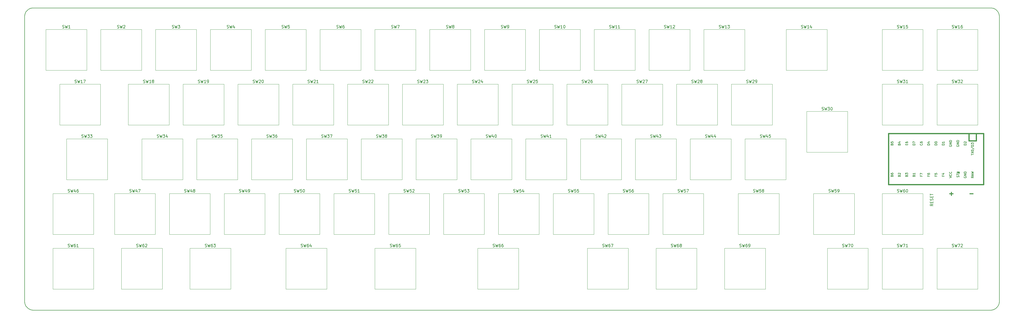
<source format=gto>
G04 #@! TF.GenerationSoftware,KiCad,Pcbnew,(6.0.2-0)*
G04 #@! TF.CreationDate,2022-03-14T13:33:37+01:00*
G04 #@! TF.ProjectId,lasercut,6c617365-7263-4757-942e-6b696361645f,rev?*
G04 #@! TF.SameCoordinates,Original*
G04 #@! TF.FileFunction,Legend,Top*
G04 #@! TF.FilePolarity,Positive*
%FSLAX46Y46*%
G04 Gerber Fmt 4.6, Leading zero omitted, Abs format (unit mm)*
G04 Created by KiCad (PCBNEW (6.0.2-0)) date 2022-03-14 13:33:37*
%MOMM*%
%LPD*%
G01*
G04 APERTURE LIST*
%ADD10C,0.300000*%
%ADD11C,0.150000*%
G04 #@! TA.AperFunction,Profile*
%ADD12C,0.200000*%
G04 #@! TD*
%ADD13C,0.120000*%
%ADD14C,0.381000*%
%ADD15C,1.752600*%
%ADD16R,1.752600X1.752600*%
%ADD17C,1.400000*%
%ADD18R,1.700000X1.700000*%
%ADD19O,1.700000X1.700000*%
%ADD20C,1.750000*%
%ADD21C,4.000000*%
%ADD22C,2.200000*%
G04 APERTURE END LIST*
D10*
X341428571Y-84707142D02*
X342571428Y-84707142D01*
X342000000Y-85278571D02*
X342000000Y-84135714D01*
X348428571Y-84707142D02*
X349571428Y-84707142D01*
D11*
X335652380Y-88252380D02*
X335176190Y-88585714D01*
X335652380Y-88823809D02*
X334652380Y-88823809D01*
X334652380Y-88442857D01*
X334700000Y-88347619D01*
X334747619Y-88300000D01*
X334842857Y-88252380D01*
X334985714Y-88252380D01*
X335080952Y-88300000D01*
X335128571Y-88347619D01*
X335176190Y-88442857D01*
X335176190Y-88823809D01*
X335128571Y-87823809D02*
X335128571Y-87490476D01*
X335652380Y-87347619D02*
X335652380Y-87823809D01*
X334652380Y-87823809D01*
X334652380Y-87347619D01*
X335604761Y-86966666D02*
X335652380Y-86823809D01*
X335652380Y-86585714D01*
X335604761Y-86490476D01*
X335557142Y-86442857D01*
X335461904Y-86395238D01*
X335366666Y-86395238D01*
X335271428Y-86442857D01*
X335223809Y-86490476D01*
X335176190Y-86585714D01*
X335128571Y-86776190D01*
X335080952Y-86871428D01*
X335033333Y-86919047D01*
X334938095Y-86966666D01*
X334842857Y-86966666D01*
X334747619Y-86919047D01*
X334700000Y-86871428D01*
X334652380Y-86776190D01*
X334652380Y-86538095D01*
X334700000Y-86395238D01*
X335128571Y-85966666D02*
X335128571Y-85633333D01*
X335652380Y-85490476D02*
X335652380Y-85966666D01*
X334652380Y-85966666D01*
X334652380Y-85490476D01*
X334652380Y-85204761D02*
X334652380Y-84633333D01*
X335652380Y-84919047D02*
X334652380Y-84919047D01*
D12*
X356581000Y-125053620D02*
X356354000Y-125117010D01*
X22805240Y-125190040D02*
X22570990Y-125163860D01*
X358646000Y-122435340D02*
X358617000Y-122669620D01*
X357015000Y-124873100D02*
X356802000Y-124970930D01*
X20050540Y-122435340D02*
X20039530Y-122199680D01*
X356354000Y-125117010D02*
X356122000Y-125163860D01*
X358571000Y-122899730D02*
X358506000Y-123127100D01*
X358617000Y-122669620D02*
X358571000Y-122899730D01*
X23040890Y-19947690D02*
X355654000Y-19949690D01*
X358327000Y-21587690D02*
X358426000Y-21799690D01*
X358506000Y-123127100D02*
X358426000Y-123348960D01*
X20123600Y-122899730D02*
X20076710Y-122669620D01*
X21891610Y-20177690D02*
X22113480Y-20095690D01*
X358617000Y-22479690D02*
X358646000Y-22713690D01*
X358327000Y-123561190D02*
X358212000Y-123767880D01*
X20040910Y-22949690D02*
X20050540Y-22713690D01*
X22339470Y-20031690D02*
X22570990Y-19984690D01*
X357221000Y-20391690D02*
X357416000Y-20520690D01*
X20483260Y-123767880D02*
X20367510Y-123561190D01*
X356802000Y-20177690D02*
X357015000Y-20275690D01*
X20076710Y-122669620D02*
X20050540Y-122435340D01*
X355890000Y-19958690D02*
X356122000Y-19984690D01*
X20186960Y-22021690D02*
X20269650Y-21799690D01*
X358212000Y-21380690D02*
X358327000Y-21587690D01*
X22570990Y-125163860D02*
X22339470Y-125117010D01*
X20612800Y-123963570D02*
X20483260Y-123767880D01*
X357221000Y-124757320D02*
X357015000Y-124873100D01*
X20269650Y-21799690D02*
X20367510Y-21587690D01*
X20918720Y-124321890D02*
X20758850Y-124148250D01*
X358571000Y-22247690D02*
X358617000Y-22479690D01*
X20612800Y-21185690D02*
X20758850Y-21000690D01*
X20269650Y-123348960D02*
X20186960Y-123127100D01*
X21092360Y-124481730D02*
X20918720Y-124321890D01*
X356581000Y-20095690D02*
X356802000Y-20177690D01*
X358212000Y-123767880D02*
X358080000Y-123963570D01*
X20050540Y-22713690D02*
X20076710Y-22479690D01*
X20918720Y-20826690D02*
X21092360Y-20667690D01*
X358654000Y-122199680D02*
X358646000Y-122435340D01*
X22113480Y-20095690D02*
X22339470Y-20031690D01*
X357934000Y-21000690D02*
X358080000Y-21185690D01*
X20758850Y-21000690D02*
X20918720Y-20826690D01*
X358654000Y-22949690D02*
X358654000Y-122199680D01*
X356354000Y-20031690D02*
X356581000Y-20095690D01*
X21277010Y-124627780D02*
X21092360Y-124481730D01*
X21277010Y-20520690D02*
X21472690Y-20391690D01*
X21891610Y-124970930D02*
X21679380Y-124873100D01*
X20186960Y-123127100D02*
X20123600Y-122899730D01*
X20758850Y-124148250D02*
X20612800Y-123963570D01*
X20039530Y-122199680D02*
X20040910Y-22949690D01*
X358426000Y-123348960D02*
X358327000Y-123561190D01*
X357602000Y-20667690D02*
X357775000Y-20826690D01*
X23040890Y-125199670D02*
X22805240Y-125190040D01*
X356122000Y-19984690D02*
X356354000Y-20031690D01*
X21472690Y-124757320D02*
X21277010Y-124627780D01*
X358080000Y-21185690D02*
X358212000Y-21380690D01*
X20367510Y-123561190D02*
X20269650Y-123348960D01*
X357416000Y-124627780D02*
X357221000Y-124757320D01*
X355654000Y-125199670D02*
X23040890Y-125199670D01*
X356802000Y-124970930D02*
X356581000Y-125053620D01*
X356122000Y-125163860D02*
X355890000Y-125190040D01*
X355890000Y-125190040D02*
X355654000Y-125199670D01*
X22113480Y-125053620D02*
X21891610Y-124970930D01*
X357602000Y-124481730D02*
X357416000Y-124627780D01*
X20076710Y-22479690D02*
X20123600Y-22247690D01*
X21472690Y-20391690D02*
X21679380Y-20275690D01*
X20483260Y-21380690D02*
X20612800Y-21185690D01*
X357775000Y-124321890D02*
X357602000Y-124481730D01*
X21092360Y-20667690D02*
X21277010Y-20520690D01*
X21679380Y-20275690D02*
X21891610Y-20177690D01*
X22570990Y-19984690D02*
X22805240Y-19958690D01*
X357416000Y-20520690D02*
X357602000Y-20667690D01*
X22339470Y-125117010D02*
X22113480Y-125053620D01*
X357015000Y-20275690D02*
X357221000Y-20391690D01*
X357775000Y-20826690D02*
X357934000Y-21000690D01*
X358426000Y-21799690D02*
X358506000Y-22021690D01*
X22805240Y-19958690D02*
X23040890Y-19947690D01*
X355654000Y-19949690D02*
X355890000Y-19958690D01*
X20367510Y-21587690D02*
X20483260Y-21380690D01*
X21679380Y-124873100D02*
X21472690Y-124757320D01*
X357934000Y-124148250D02*
X357775000Y-124321890D01*
X358080000Y-123963570D02*
X357934000Y-124148250D01*
X20123600Y-22247690D02*
X20186960Y-22021690D01*
X358646000Y-22713690D02*
X358654000Y-22949690D01*
X358506000Y-22021690D02*
X358571000Y-22247690D01*
D11*
X223215476Y-26929761D02*
X223358333Y-26977380D01*
X223596428Y-26977380D01*
X223691666Y-26929761D01*
X223739285Y-26882142D01*
X223786904Y-26786904D01*
X223786904Y-26691666D01*
X223739285Y-26596428D01*
X223691666Y-26548809D01*
X223596428Y-26501190D01*
X223405952Y-26453571D01*
X223310714Y-26405952D01*
X223263095Y-26358333D01*
X223215476Y-26263095D01*
X223215476Y-26167857D01*
X223263095Y-26072619D01*
X223310714Y-26025000D01*
X223405952Y-25977380D01*
X223644047Y-25977380D01*
X223786904Y-26025000D01*
X224120238Y-25977380D02*
X224358333Y-26977380D01*
X224548809Y-26263095D01*
X224739285Y-26977380D01*
X224977380Y-25977380D01*
X225882142Y-26977380D02*
X225310714Y-26977380D01*
X225596428Y-26977380D02*
X225596428Y-25977380D01*
X225501190Y-26120238D01*
X225405952Y-26215476D01*
X225310714Y-26263095D01*
X226834523Y-26977380D02*
X226263095Y-26977380D01*
X226548809Y-26977380D02*
X226548809Y-25977380D01*
X226453571Y-26120238D01*
X226358333Y-26215476D01*
X226263095Y-26263095D01*
X132727976Y-84079761D02*
X132870833Y-84127380D01*
X133108928Y-84127380D01*
X133204166Y-84079761D01*
X133251785Y-84032142D01*
X133299404Y-83936904D01*
X133299404Y-83841666D01*
X133251785Y-83746428D01*
X133204166Y-83698809D01*
X133108928Y-83651190D01*
X132918452Y-83603571D01*
X132823214Y-83555952D01*
X132775595Y-83508333D01*
X132727976Y-83413095D01*
X132727976Y-83317857D01*
X132775595Y-83222619D01*
X132823214Y-83175000D01*
X132918452Y-83127380D01*
X133156547Y-83127380D01*
X133299404Y-83175000D01*
X133632738Y-83127380D02*
X133870833Y-84127380D01*
X134061309Y-83413095D01*
X134251785Y-84127380D01*
X134489880Y-83127380D01*
X135347023Y-83127380D02*
X134870833Y-83127380D01*
X134823214Y-83603571D01*
X134870833Y-83555952D01*
X134966071Y-83508333D01*
X135204166Y-83508333D01*
X135299404Y-83555952D01*
X135347023Y-83603571D01*
X135394642Y-83698809D01*
X135394642Y-83936904D01*
X135347023Y-84032142D01*
X135299404Y-84079761D01*
X135204166Y-84127380D01*
X134966071Y-84127380D01*
X134870833Y-84079761D01*
X134823214Y-84032142D01*
X136347023Y-84127380D02*
X135775595Y-84127380D01*
X136061309Y-84127380D02*
X136061309Y-83127380D01*
X135966071Y-83270238D01*
X135870833Y-83365476D01*
X135775595Y-83413095D01*
X39859226Y-65029761D02*
X40002083Y-65077380D01*
X40240178Y-65077380D01*
X40335416Y-65029761D01*
X40383035Y-64982142D01*
X40430654Y-64886904D01*
X40430654Y-64791666D01*
X40383035Y-64696428D01*
X40335416Y-64648809D01*
X40240178Y-64601190D01*
X40049702Y-64553571D01*
X39954464Y-64505952D01*
X39906845Y-64458333D01*
X39859226Y-64363095D01*
X39859226Y-64267857D01*
X39906845Y-64172619D01*
X39954464Y-64125000D01*
X40049702Y-64077380D01*
X40287797Y-64077380D01*
X40430654Y-64125000D01*
X40763988Y-64077380D02*
X41002083Y-65077380D01*
X41192559Y-64363095D01*
X41383035Y-65077380D01*
X41621130Y-64077380D01*
X41906845Y-64077380D02*
X42525892Y-64077380D01*
X42192559Y-64458333D01*
X42335416Y-64458333D01*
X42430654Y-64505952D01*
X42478273Y-64553571D01*
X42525892Y-64648809D01*
X42525892Y-64886904D01*
X42478273Y-64982142D01*
X42430654Y-65029761D01*
X42335416Y-65077380D01*
X42049702Y-65077380D01*
X41954464Y-65029761D01*
X41906845Y-64982142D01*
X42859226Y-64077380D02*
X43478273Y-64077380D01*
X43144940Y-64458333D01*
X43287797Y-64458333D01*
X43383035Y-64505952D01*
X43430654Y-64553571D01*
X43478273Y-64648809D01*
X43478273Y-64886904D01*
X43430654Y-64982142D01*
X43383035Y-65029761D01*
X43287797Y-65077380D01*
X43002083Y-65077380D01*
X42906845Y-65029761D01*
X42859226Y-64982142D01*
X80340476Y-45979761D02*
X80483333Y-46027380D01*
X80721428Y-46027380D01*
X80816666Y-45979761D01*
X80864285Y-45932142D01*
X80911904Y-45836904D01*
X80911904Y-45741666D01*
X80864285Y-45646428D01*
X80816666Y-45598809D01*
X80721428Y-45551190D01*
X80530952Y-45503571D01*
X80435714Y-45455952D01*
X80388095Y-45408333D01*
X80340476Y-45313095D01*
X80340476Y-45217857D01*
X80388095Y-45122619D01*
X80435714Y-45075000D01*
X80530952Y-45027380D01*
X80769047Y-45027380D01*
X80911904Y-45075000D01*
X81245238Y-45027380D02*
X81483333Y-46027380D01*
X81673809Y-45313095D01*
X81864285Y-46027380D01*
X82102380Y-45027380D01*
X83007142Y-46027380D02*
X82435714Y-46027380D01*
X82721428Y-46027380D02*
X82721428Y-45027380D01*
X82626190Y-45170238D01*
X82530952Y-45265476D01*
X82435714Y-45313095D01*
X83483333Y-46027380D02*
X83673809Y-46027380D01*
X83769047Y-45979761D01*
X83816666Y-45932142D01*
X83911904Y-45789285D01*
X83959523Y-45598809D01*
X83959523Y-45217857D01*
X83911904Y-45122619D01*
X83864285Y-45075000D01*
X83769047Y-45027380D01*
X83578571Y-45027380D01*
X83483333Y-45075000D01*
X83435714Y-45122619D01*
X83388095Y-45217857D01*
X83388095Y-45455952D01*
X83435714Y-45551190D01*
X83483333Y-45598809D01*
X83578571Y-45646428D01*
X83769047Y-45646428D01*
X83864285Y-45598809D01*
X83911904Y-45551190D01*
X83959523Y-45455952D01*
X66052976Y-65029761D02*
X66195833Y-65077380D01*
X66433928Y-65077380D01*
X66529166Y-65029761D01*
X66576785Y-64982142D01*
X66624404Y-64886904D01*
X66624404Y-64791666D01*
X66576785Y-64696428D01*
X66529166Y-64648809D01*
X66433928Y-64601190D01*
X66243452Y-64553571D01*
X66148214Y-64505952D01*
X66100595Y-64458333D01*
X66052976Y-64363095D01*
X66052976Y-64267857D01*
X66100595Y-64172619D01*
X66148214Y-64125000D01*
X66243452Y-64077380D01*
X66481547Y-64077380D01*
X66624404Y-64125000D01*
X66957738Y-64077380D02*
X67195833Y-65077380D01*
X67386309Y-64363095D01*
X67576785Y-65077380D01*
X67814880Y-64077380D01*
X68100595Y-64077380D02*
X68719642Y-64077380D01*
X68386309Y-64458333D01*
X68529166Y-64458333D01*
X68624404Y-64505952D01*
X68672023Y-64553571D01*
X68719642Y-64648809D01*
X68719642Y-64886904D01*
X68672023Y-64982142D01*
X68624404Y-65029761D01*
X68529166Y-65077380D01*
X68243452Y-65077380D01*
X68148214Y-65029761D01*
X68100595Y-64982142D01*
X69576785Y-64410714D02*
X69576785Y-65077380D01*
X69338690Y-64029761D02*
X69100595Y-64744047D01*
X69719642Y-64744047D01*
X58909226Y-103129761D02*
X59052083Y-103177380D01*
X59290178Y-103177380D01*
X59385416Y-103129761D01*
X59433035Y-103082142D01*
X59480654Y-102986904D01*
X59480654Y-102891666D01*
X59433035Y-102796428D01*
X59385416Y-102748809D01*
X59290178Y-102701190D01*
X59099702Y-102653571D01*
X59004464Y-102605952D01*
X58956845Y-102558333D01*
X58909226Y-102463095D01*
X58909226Y-102367857D01*
X58956845Y-102272619D01*
X59004464Y-102225000D01*
X59099702Y-102177380D01*
X59337797Y-102177380D01*
X59480654Y-102225000D01*
X59813988Y-102177380D02*
X60052083Y-103177380D01*
X60242559Y-102463095D01*
X60433035Y-103177380D01*
X60671130Y-102177380D01*
X61480654Y-102177380D02*
X61290178Y-102177380D01*
X61194940Y-102225000D01*
X61147321Y-102272619D01*
X61052083Y-102415476D01*
X61004464Y-102605952D01*
X61004464Y-102986904D01*
X61052083Y-103082142D01*
X61099702Y-103129761D01*
X61194940Y-103177380D01*
X61385416Y-103177380D01*
X61480654Y-103129761D01*
X61528273Y-103082142D01*
X61575892Y-102986904D01*
X61575892Y-102748809D01*
X61528273Y-102653571D01*
X61480654Y-102605952D01*
X61385416Y-102558333D01*
X61194940Y-102558333D01*
X61099702Y-102605952D01*
X61052083Y-102653571D01*
X61004464Y-102748809D01*
X61956845Y-102272619D02*
X62004464Y-102225000D01*
X62099702Y-102177380D01*
X62337797Y-102177380D01*
X62433035Y-102225000D01*
X62480654Y-102272619D01*
X62528273Y-102367857D01*
X62528273Y-102463095D01*
X62480654Y-102605952D01*
X61909226Y-103177380D01*
X62528273Y-103177380D01*
X147491666Y-26929761D02*
X147634523Y-26977380D01*
X147872619Y-26977380D01*
X147967857Y-26929761D01*
X148015476Y-26882142D01*
X148063095Y-26786904D01*
X148063095Y-26691666D01*
X148015476Y-26596428D01*
X147967857Y-26548809D01*
X147872619Y-26501190D01*
X147682142Y-26453571D01*
X147586904Y-26405952D01*
X147539285Y-26358333D01*
X147491666Y-26263095D01*
X147491666Y-26167857D01*
X147539285Y-26072619D01*
X147586904Y-26025000D01*
X147682142Y-25977380D01*
X147920238Y-25977380D01*
X148063095Y-26025000D01*
X148396428Y-25977380D02*
X148634523Y-26977380D01*
X148825000Y-26263095D01*
X149015476Y-26977380D01*
X149253571Y-25977380D01*
X149539285Y-25977380D02*
X150205952Y-25977380D01*
X149777380Y-26977380D01*
X104152976Y-65029761D02*
X104295833Y-65077380D01*
X104533928Y-65077380D01*
X104629166Y-65029761D01*
X104676785Y-64982142D01*
X104724404Y-64886904D01*
X104724404Y-64791666D01*
X104676785Y-64696428D01*
X104629166Y-64648809D01*
X104533928Y-64601190D01*
X104343452Y-64553571D01*
X104248214Y-64505952D01*
X104200595Y-64458333D01*
X104152976Y-64363095D01*
X104152976Y-64267857D01*
X104200595Y-64172619D01*
X104248214Y-64125000D01*
X104343452Y-64077380D01*
X104581547Y-64077380D01*
X104724404Y-64125000D01*
X105057738Y-64077380D02*
X105295833Y-65077380D01*
X105486309Y-64363095D01*
X105676785Y-65077380D01*
X105914880Y-64077380D01*
X106200595Y-64077380D02*
X106819642Y-64077380D01*
X106486309Y-64458333D01*
X106629166Y-64458333D01*
X106724404Y-64505952D01*
X106772023Y-64553571D01*
X106819642Y-64648809D01*
X106819642Y-64886904D01*
X106772023Y-64982142D01*
X106724404Y-65029761D01*
X106629166Y-65077380D01*
X106343452Y-65077380D01*
X106248214Y-65029761D01*
X106200595Y-64982142D01*
X107676785Y-64077380D02*
X107486309Y-64077380D01*
X107391071Y-64125000D01*
X107343452Y-64172619D01*
X107248214Y-64315476D01*
X107200595Y-64505952D01*
X107200595Y-64886904D01*
X107248214Y-64982142D01*
X107295833Y-65029761D01*
X107391071Y-65077380D01*
X107581547Y-65077380D01*
X107676785Y-65029761D01*
X107724404Y-64982142D01*
X107772023Y-64886904D01*
X107772023Y-64648809D01*
X107724404Y-64553571D01*
X107676785Y-64505952D01*
X107581547Y-64458333D01*
X107391071Y-64458333D01*
X107295833Y-64505952D01*
X107248214Y-64553571D01*
X107200595Y-64648809D01*
X270840476Y-45979761D02*
X270983333Y-46027380D01*
X271221428Y-46027380D01*
X271316666Y-45979761D01*
X271364285Y-45932142D01*
X271411904Y-45836904D01*
X271411904Y-45741666D01*
X271364285Y-45646428D01*
X271316666Y-45598809D01*
X271221428Y-45551190D01*
X271030952Y-45503571D01*
X270935714Y-45455952D01*
X270888095Y-45408333D01*
X270840476Y-45313095D01*
X270840476Y-45217857D01*
X270888095Y-45122619D01*
X270935714Y-45075000D01*
X271030952Y-45027380D01*
X271269047Y-45027380D01*
X271411904Y-45075000D01*
X271745238Y-45027380D02*
X271983333Y-46027380D01*
X272173809Y-45313095D01*
X272364285Y-46027380D01*
X272602380Y-45027380D01*
X272935714Y-45122619D02*
X272983333Y-45075000D01*
X273078571Y-45027380D01*
X273316666Y-45027380D01*
X273411904Y-45075000D01*
X273459523Y-45122619D01*
X273507142Y-45217857D01*
X273507142Y-45313095D01*
X273459523Y-45455952D01*
X272888095Y-46027380D01*
X273507142Y-46027380D01*
X273983333Y-46027380D02*
X274173809Y-46027380D01*
X274269047Y-45979761D01*
X274316666Y-45932142D01*
X274411904Y-45789285D01*
X274459523Y-45598809D01*
X274459523Y-45217857D01*
X274411904Y-45122619D01*
X274364285Y-45075000D01*
X274269047Y-45027380D01*
X274078571Y-45027380D01*
X273983333Y-45075000D01*
X273935714Y-45122619D01*
X273888095Y-45217857D01*
X273888095Y-45455952D01*
X273935714Y-45551190D01*
X273983333Y-45598809D01*
X274078571Y-45646428D01*
X274269047Y-45646428D01*
X274364285Y-45598809D01*
X274411904Y-45551190D01*
X274459523Y-45455952D01*
X161302976Y-65029761D02*
X161445833Y-65077380D01*
X161683928Y-65077380D01*
X161779166Y-65029761D01*
X161826785Y-64982142D01*
X161874404Y-64886904D01*
X161874404Y-64791666D01*
X161826785Y-64696428D01*
X161779166Y-64648809D01*
X161683928Y-64601190D01*
X161493452Y-64553571D01*
X161398214Y-64505952D01*
X161350595Y-64458333D01*
X161302976Y-64363095D01*
X161302976Y-64267857D01*
X161350595Y-64172619D01*
X161398214Y-64125000D01*
X161493452Y-64077380D01*
X161731547Y-64077380D01*
X161874404Y-64125000D01*
X162207738Y-64077380D02*
X162445833Y-65077380D01*
X162636309Y-64363095D01*
X162826785Y-65077380D01*
X163064880Y-64077380D01*
X163350595Y-64077380D02*
X163969642Y-64077380D01*
X163636309Y-64458333D01*
X163779166Y-64458333D01*
X163874404Y-64505952D01*
X163922023Y-64553571D01*
X163969642Y-64648809D01*
X163969642Y-64886904D01*
X163922023Y-64982142D01*
X163874404Y-65029761D01*
X163779166Y-65077380D01*
X163493452Y-65077380D01*
X163398214Y-65029761D01*
X163350595Y-64982142D01*
X164445833Y-65077380D02*
X164636309Y-65077380D01*
X164731547Y-65029761D01*
X164779166Y-64982142D01*
X164874404Y-64839285D01*
X164922023Y-64648809D01*
X164922023Y-64267857D01*
X164874404Y-64172619D01*
X164826785Y-64125000D01*
X164731547Y-64077380D01*
X164541071Y-64077380D01*
X164445833Y-64125000D01*
X164398214Y-64172619D01*
X164350595Y-64267857D01*
X164350595Y-64505952D01*
X164398214Y-64601190D01*
X164445833Y-64648809D01*
X164541071Y-64696428D01*
X164731547Y-64696428D01*
X164826785Y-64648809D01*
X164874404Y-64601190D01*
X164922023Y-64505952D01*
X342277976Y-45979761D02*
X342420833Y-46027380D01*
X342658928Y-46027380D01*
X342754166Y-45979761D01*
X342801785Y-45932142D01*
X342849404Y-45836904D01*
X342849404Y-45741666D01*
X342801785Y-45646428D01*
X342754166Y-45598809D01*
X342658928Y-45551190D01*
X342468452Y-45503571D01*
X342373214Y-45455952D01*
X342325595Y-45408333D01*
X342277976Y-45313095D01*
X342277976Y-45217857D01*
X342325595Y-45122619D01*
X342373214Y-45075000D01*
X342468452Y-45027380D01*
X342706547Y-45027380D01*
X342849404Y-45075000D01*
X343182738Y-45027380D02*
X343420833Y-46027380D01*
X343611309Y-45313095D01*
X343801785Y-46027380D01*
X344039880Y-45027380D01*
X344325595Y-45027380D02*
X344944642Y-45027380D01*
X344611309Y-45408333D01*
X344754166Y-45408333D01*
X344849404Y-45455952D01*
X344897023Y-45503571D01*
X344944642Y-45598809D01*
X344944642Y-45836904D01*
X344897023Y-45932142D01*
X344849404Y-45979761D01*
X344754166Y-46027380D01*
X344468452Y-46027380D01*
X344373214Y-45979761D01*
X344325595Y-45932142D01*
X345325595Y-45122619D02*
X345373214Y-45075000D01*
X345468452Y-45027380D01*
X345706547Y-45027380D01*
X345801785Y-45075000D01*
X345849404Y-45122619D01*
X345897023Y-45217857D01*
X345897023Y-45313095D01*
X345849404Y-45455952D01*
X345277976Y-46027380D01*
X345897023Y-46027380D01*
X147015476Y-103129761D02*
X147158333Y-103177380D01*
X147396428Y-103177380D01*
X147491666Y-103129761D01*
X147539285Y-103082142D01*
X147586904Y-102986904D01*
X147586904Y-102891666D01*
X147539285Y-102796428D01*
X147491666Y-102748809D01*
X147396428Y-102701190D01*
X147205952Y-102653571D01*
X147110714Y-102605952D01*
X147063095Y-102558333D01*
X147015476Y-102463095D01*
X147015476Y-102367857D01*
X147063095Y-102272619D01*
X147110714Y-102225000D01*
X147205952Y-102177380D01*
X147444047Y-102177380D01*
X147586904Y-102225000D01*
X147920238Y-102177380D02*
X148158333Y-103177380D01*
X148348809Y-102463095D01*
X148539285Y-103177380D01*
X148777380Y-102177380D01*
X149586904Y-102177380D02*
X149396428Y-102177380D01*
X149301190Y-102225000D01*
X149253571Y-102272619D01*
X149158333Y-102415476D01*
X149110714Y-102605952D01*
X149110714Y-102986904D01*
X149158333Y-103082142D01*
X149205952Y-103129761D01*
X149301190Y-103177380D01*
X149491666Y-103177380D01*
X149586904Y-103129761D01*
X149634523Y-103082142D01*
X149682142Y-102986904D01*
X149682142Y-102748809D01*
X149634523Y-102653571D01*
X149586904Y-102605952D01*
X149491666Y-102558333D01*
X149301190Y-102558333D01*
X149205952Y-102605952D01*
X149158333Y-102653571D01*
X149110714Y-102748809D01*
X150586904Y-102177380D02*
X150110714Y-102177380D01*
X150063095Y-102653571D01*
X150110714Y-102605952D01*
X150205952Y-102558333D01*
X150444047Y-102558333D01*
X150539285Y-102605952D01*
X150586904Y-102653571D01*
X150634523Y-102748809D01*
X150634523Y-102986904D01*
X150586904Y-103082142D01*
X150539285Y-103129761D01*
X150444047Y-103177380D01*
X150205952Y-103177380D01*
X150110714Y-103129761D01*
X150063095Y-103082142D01*
X151777976Y-84079761D02*
X151920833Y-84127380D01*
X152158928Y-84127380D01*
X152254166Y-84079761D01*
X152301785Y-84032142D01*
X152349404Y-83936904D01*
X152349404Y-83841666D01*
X152301785Y-83746428D01*
X152254166Y-83698809D01*
X152158928Y-83651190D01*
X151968452Y-83603571D01*
X151873214Y-83555952D01*
X151825595Y-83508333D01*
X151777976Y-83413095D01*
X151777976Y-83317857D01*
X151825595Y-83222619D01*
X151873214Y-83175000D01*
X151968452Y-83127380D01*
X152206547Y-83127380D01*
X152349404Y-83175000D01*
X152682738Y-83127380D02*
X152920833Y-84127380D01*
X153111309Y-83413095D01*
X153301785Y-84127380D01*
X153539880Y-83127380D01*
X154397023Y-83127380D02*
X153920833Y-83127380D01*
X153873214Y-83603571D01*
X153920833Y-83555952D01*
X154016071Y-83508333D01*
X154254166Y-83508333D01*
X154349404Y-83555952D01*
X154397023Y-83603571D01*
X154444642Y-83698809D01*
X154444642Y-83936904D01*
X154397023Y-84032142D01*
X154349404Y-84079761D01*
X154254166Y-84127380D01*
X154016071Y-84127380D01*
X153920833Y-84079761D01*
X153873214Y-84032142D01*
X154825595Y-83222619D02*
X154873214Y-83175000D01*
X154968452Y-83127380D01*
X155206547Y-83127380D01*
X155301785Y-83175000D01*
X155349404Y-83222619D01*
X155397023Y-83317857D01*
X155397023Y-83413095D01*
X155349404Y-83555952D01*
X154777976Y-84127380D01*
X155397023Y-84127380D01*
X75577976Y-84079761D02*
X75720833Y-84127380D01*
X75958928Y-84127380D01*
X76054166Y-84079761D01*
X76101785Y-84032142D01*
X76149404Y-83936904D01*
X76149404Y-83841666D01*
X76101785Y-83746428D01*
X76054166Y-83698809D01*
X75958928Y-83651190D01*
X75768452Y-83603571D01*
X75673214Y-83555952D01*
X75625595Y-83508333D01*
X75577976Y-83413095D01*
X75577976Y-83317857D01*
X75625595Y-83222619D01*
X75673214Y-83175000D01*
X75768452Y-83127380D01*
X76006547Y-83127380D01*
X76149404Y-83175000D01*
X76482738Y-83127380D02*
X76720833Y-84127380D01*
X76911309Y-83413095D01*
X77101785Y-84127380D01*
X77339880Y-83127380D01*
X78149404Y-83460714D02*
X78149404Y-84127380D01*
X77911309Y-83079761D02*
X77673214Y-83794047D01*
X78292261Y-83794047D01*
X78816071Y-83555952D02*
X78720833Y-83508333D01*
X78673214Y-83460714D01*
X78625595Y-83365476D01*
X78625595Y-83317857D01*
X78673214Y-83222619D01*
X78720833Y-83175000D01*
X78816071Y-83127380D01*
X79006547Y-83127380D01*
X79101785Y-83175000D01*
X79149404Y-83222619D01*
X79197023Y-83317857D01*
X79197023Y-83365476D01*
X79149404Y-83460714D01*
X79101785Y-83508333D01*
X79006547Y-83555952D01*
X78816071Y-83555952D01*
X78720833Y-83603571D01*
X78673214Y-83651190D01*
X78625595Y-83746428D01*
X78625595Y-83936904D01*
X78673214Y-84032142D01*
X78720833Y-84079761D01*
X78816071Y-84127380D01*
X79006547Y-84127380D01*
X79101785Y-84079761D01*
X79149404Y-84032142D01*
X79197023Y-83936904D01*
X79197023Y-83746428D01*
X79149404Y-83651190D01*
X79101785Y-83603571D01*
X79006547Y-83555952D01*
X237502976Y-65029761D02*
X237645833Y-65077380D01*
X237883928Y-65077380D01*
X237979166Y-65029761D01*
X238026785Y-64982142D01*
X238074404Y-64886904D01*
X238074404Y-64791666D01*
X238026785Y-64696428D01*
X237979166Y-64648809D01*
X237883928Y-64601190D01*
X237693452Y-64553571D01*
X237598214Y-64505952D01*
X237550595Y-64458333D01*
X237502976Y-64363095D01*
X237502976Y-64267857D01*
X237550595Y-64172619D01*
X237598214Y-64125000D01*
X237693452Y-64077380D01*
X237931547Y-64077380D01*
X238074404Y-64125000D01*
X238407738Y-64077380D02*
X238645833Y-65077380D01*
X238836309Y-64363095D01*
X239026785Y-65077380D01*
X239264880Y-64077380D01*
X240074404Y-64410714D02*
X240074404Y-65077380D01*
X239836309Y-64029761D02*
X239598214Y-64744047D01*
X240217261Y-64744047D01*
X240502976Y-64077380D02*
X241122023Y-64077380D01*
X240788690Y-64458333D01*
X240931547Y-64458333D01*
X241026785Y-64505952D01*
X241074404Y-64553571D01*
X241122023Y-64648809D01*
X241122023Y-64886904D01*
X241074404Y-64982142D01*
X241026785Y-65029761D01*
X240931547Y-65077380D01*
X240645833Y-65077380D01*
X240550595Y-65029761D01*
X240502976Y-64982142D01*
X323227976Y-103129761D02*
X323370833Y-103177380D01*
X323608928Y-103177380D01*
X323704166Y-103129761D01*
X323751785Y-103082142D01*
X323799404Y-102986904D01*
X323799404Y-102891666D01*
X323751785Y-102796428D01*
X323704166Y-102748809D01*
X323608928Y-102701190D01*
X323418452Y-102653571D01*
X323323214Y-102605952D01*
X323275595Y-102558333D01*
X323227976Y-102463095D01*
X323227976Y-102367857D01*
X323275595Y-102272619D01*
X323323214Y-102225000D01*
X323418452Y-102177380D01*
X323656547Y-102177380D01*
X323799404Y-102225000D01*
X324132738Y-102177380D02*
X324370833Y-103177380D01*
X324561309Y-102463095D01*
X324751785Y-103177380D01*
X324989880Y-102177380D01*
X325275595Y-102177380D02*
X325942261Y-102177380D01*
X325513690Y-103177380D01*
X326847023Y-103177380D02*
X326275595Y-103177380D01*
X326561309Y-103177380D02*
X326561309Y-102177380D01*
X326466071Y-102320238D01*
X326370833Y-102415476D01*
X326275595Y-102463095D01*
X189877976Y-84079761D02*
X190020833Y-84127380D01*
X190258928Y-84127380D01*
X190354166Y-84079761D01*
X190401785Y-84032142D01*
X190449404Y-83936904D01*
X190449404Y-83841666D01*
X190401785Y-83746428D01*
X190354166Y-83698809D01*
X190258928Y-83651190D01*
X190068452Y-83603571D01*
X189973214Y-83555952D01*
X189925595Y-83508333D01*
X189877976Y-83413095D01*
X189877976Y-83317857D01*
X189925595Y-83222619D01*
X189973214Y-83175000D01*
X190068452Y-83127380D01*
X190306547Y-83127380D01*
X190449404Y-83175000D01*
X190782738Y-83127380D02*
X191020833Y-84127380D01*
X191211309Y-83413095D01*
X191401785Y-84127380D01*
X191639880Y-83127380D01*
X192497023Y-83127380D02*
X192020833Y-83127380D01*
X191973214Y-83603571D01*
X192020833Y-83555952D01*
X192116071Y-83508333D01*
X192354166Y-83508333D01*
X192449404Y-83555952D01*
X192497023Y-83603571D01*
X192544642Y-83698809D01*
X192544642Y-83936904D01*
X192497023Y-84032142D01*
X192449404Y-84079761D01*
X192354166Y-84127380D01*
X192116071Y-84127380D01*
X192020833Y-84079761D01*
X191973214Y-84032142D01*
X193401785Y-83460714D02*
X193401785Y-84127380D01*
X193163690Y-83079761D02*
X192925595Y-83794047D01*
X193544642Y-83794047D01*
X137490476Y-45979761D02*
X137633333Y-46027380D01*
X137871428Y-46027380D01*
X137966666Y-45979761D01*
X138014285Y-45932142D01*
X138061904Y-45836904D01*
X138061904Y-45741666D01*
X138014285Y-45646428D01*
X137966666Y-45598809D01*
X137871428Y-45551190D01*
X137680952Y-45503571D01*
X137585714Y-45455952D01*
X137538095Y-45408333D01*
X137490476Y-45313095D01*
X137490476Y-45217857D01*
X137538095Y-45122619D01*
X137585714Y-45075000D01*
X137680952Y-45027380D01*
X137919047Y-45027380D01*
X138061904Y-45075000D01*
X138395238Y-45027380D02*
X138633333Y-46027380D01*
X138823809Y-45313095D01*
X139014285Y-46027380D01*
X139252380Y-45027380D01*
X139585714Y-45122619D02*
X139633333Y-45075000D01*
X139728571Y-45027380D01*
X139966666Y-45027380D01*
X140061904Y-45075000D01*
X140109523Y-45122619D01*
X140157142Y-45217857D01*
X140157142Y-45313095D01*
X140109523Y-45455952D01*
X139538095Y-46027380D01*
X140157142Y-46027380D01*
X140538095Y-45122619D02*
X140585714Y-45075000D01*
X140680952Y-45027380D01*
X140919047Y-45027380D01*
X141014285Y-45075000D01*
X141061904Y-45122619D01*
X141109523Y-45217857D01*
X141109523Y-45313095D01*
X141061904Y-45455952D01*
X140490476Y-46027380D01*
X141109523Y-46027380D01*
X256552976Y-65029761D02*
X256695833Y-65077380D01*
X256933928Y-65077380D01*
X257029166Y-65029761D01*
X257076785Y-64982142D01*
X257124404Y-64886904D01*
X257124404Y-64791666D01*
X257076785Y-64696428D01*
X257029166Y-64648809D01*
X256933928Y-64601190D01*
X256743452Y-64553571D01*
X256648214Y-64505952D01*
X256600595Y-64458333D01*
X256552976Y-64363095D01*
X256552976Y-64267857D01*
X256600595Y-64172619D01*
X256648214Y-64125000D01*
X256743452Y-64077380D01*
X256981547Y-64077380D01*
X257124404Y-64125000D01*
X257457738Y-64077380D02*
X257695833Y-65077380D01*
X257886309Y-64363095D01*
X258076785Y-65077380D01*
X258314880Y-64077380D01*
X259124404Y-64410714D02*
X259124404Y-65077380D01*
X258886309Y-64029761D02*
X258648214Y-64744047D01*
X259267261Y-64744047D01*
X260076785Y-64410714D02*
X260076785Y-65077380D01*
X259838690Y-64029761D02*
X259600595Y-64744047D01*
X260219642Y-64744047D01*
X342277976Y-26929761D02*
X342420833Y-26977380D01*
X342658928Y-26977380D01*
X342754166Y-26929761D01*
X342801785Y-26882142D01*
X342849404Y-26786904D01*
X342849404Y-26691666D01*
X342801785Y-26596428D01*
X342754166Y-26548809D01*
X342658928Y-26501190D01*
X342468452Y-26453571D01*
X342373214Y-26405952D01*
X342325595Y-26358333D01*
X342277976Y-26263095D01*
X342277976Y-26167857D01*
X342325595Y-26072619D01*
X342373214Y-26025000D01*
X342468452Y-25977380D01*
X342706547Y-25977380D01*
X342849404Y-26025000D01*
X343182738Y-25977380D02*
X343420833Y-26977380D01*
X343611309Y-26263095D01*
X343801785Y-26977380D01*
X344039880Y-25977380D01*
X344944642Y-26977380D02*
X344373214Y-26977380D01*
X344658928Y-26977380D02*
X344658928Y-25977380D01*
X344563690Y-26120238D01*
X344468452Y-26215476D01*
X344373214Y-26263095D01*
X345801785Y-25977380D02*
X345611309Y-25977380D01*
X345516071Y-26025000D01*
X345468452Y-26072619D01*
X345373214Y-26215476D01*
X345325595Y-26405952D01*
X345325595Y-26786904D01*
X345373214Y-26882142D01*
X345420833Y-26929761D01*
X345516071Y-26977380D01*
X345706547Y-26977380D01*
X345801785Y-26929761D01*
X345849404Y-26882142D01*
X345897023Y-26786904D01*
X345897023Y-26548809D01*
X345849404Y-26453571D01*
X345801785Y-26405952D01*
X345706547Y-26358333D01*
X345516071Y-26358333D01*
X345420833Y-26405952D01*
X345373214Y-26453571D01*
X345325595Y-26548809D01*
X289890476Y-26929761D02*
X290033333Y-26977380D01*
X290271428Y-26977380D01*
X290366666Y-26929761D01*
X290414285Y-26882142D01*
X290461904Y-26786904D01*
X290461904Y-26691666D01*
X290414285Y-26596428D01*
X290366666Y-26548809D01*
X290271428Y-26501190D01*
X290080952Y-26453571D01*
X289985714Y-26405952D01*
X289938095Y-26358333D01*
X289890476Y-26263095D01*
X289890476Y-26167857D01*
X289938095Y-26072619D01*
X289985714Y-26025000D01*
X290080952Y-25977380D01*
X290319047Y-25977380D01*
X290461904Y-26025000D01*
X290795238Y-25977380D02*
X291033333Y-26977380D01*
X291223809Y-26263095D01*
X291414285Y-26977380D01*
X291652380Y-25977380D01*
X292557142Y-26977380D02*
X291985714Y-26977380D01*
X292271428Y-26977380D02*
X292271428Y-25977380D01*
X292176190Y-26120238D01*
X292080952Y-26215476D01*
X291985714Y-26263095D01*
X293414285Y-26310714D02*
X293414285Y-26977380D01*
X293176190Y-25929761D02*
X292938095Y-26644047D01*
X293557142Y-26644047D01*
X109391666Y-26929761D02*
X109534523Y-26977380D01*
X109772619Y-26977380D01*
X109867857Y-26929761D01*
X109915476Y-26882142D01*
X109963095Y-26786904D01*
X109963095Y-26691666D01*
X109915476Y-26596428D01*
X109867857Y-26548809D01*
X109772619Y-26501190D01*
X109582142Y-26453571D01*
X109486904Y-26405952D01*
X109439285Y-26358333D01*
X109391666Y-26263095D01*
X109391666Y-26167857D01*
X109439285Y-26072619D01*
X109486904Y-26025000D01*
X109582142Y-25977380D01*
X109820238Y-25977380D01*
X109963095Y-26025000D01*
X110296428Y-25977380D02*
X110534523Y-26977380D01*
X110725000Y-26263095D01*
X110915476Y-26977380D01*
X111153571Y-25977380D01*
X112010714Y-25977380D02*
X111534523Y-25977380D01*
X111486904Y-26453571D01*
X111534523Y-26405952D01*
X111629761Y-26358333D01*
X111867857Y-26358333D01*
X111963095Y-26405952D01*
X112010714Y-26453571D01*
X112058333Y-26548809D01*
X112058333Y-26786904D01*
X112010714Y-26882142D01*
X111963095Y-26929761D01*
X111867857Y-26977380D01*
X111629761Y-26977380D01*
X111534523Y-26929761D01*
X111486904Y-26882142D01*
X323227976Y-45979761D02*
X323370833Y-46027380D01*
X323608928Y-46027380D01*
X323704166Y-45979761D01*
X323751785Y-45932142D01*
X323799404Y-45836904D01*
X323799404Y-45741666D01*
X323751785Y-45646428D01*
X323704166Y-45598809D01*
X323608928Y-45551190D01*
X323418452Y-45503571D01*
X323323214Y-45455952D01*
X323275595Y-45408333D01*
X323227976Y-45313095D01*
X323227976Y-45217857D01*
X323275595Y-45122619D01*
X323323214Y-45075000D01*
X323418452Y-45027380D01*
X323656547Y-45027380D01*
X323799404Y-45075000D01*
X324132738Y-45027380D02*
X324370833Y-46027380D01*
X324561309Y-45313095D01*
X324751785Y-46027380D01*
X324989880Y-45027380D01*
X325275595Y-45027380D02*
X325894642Y-45027380D01*
X325561309Y-45408333D01*
X325704166Y-45408333D01*
X325799404Y-45455952D01*
X325847023Y-45503571D01*
X325894642Y-45598809D01*
X325894642Y-45836904D01*
X325847023Y-45932142D01*
X325799404Y-45979761D01*
X325704166Y-46027380D01*
X325418452Y-46027380D01*
X325323214Y-45979761D01*
X325275595Y-45932142D01*
X326847023Y-46027380D02*
X326275595Y-46027380D01*
X326561309Y-46027380D02*
X326561309Y-45027380D01*
X326466071Y-45170238D01*
X326370833Y-45265476D01*
X326275595Y-45313095D01*
X90341666Y-26929761D02*
X90484523Y-26977380D01*
X90722619Y-26977380D01*
X90817857Y-26929761D01*
X90865476Y-26882142D01*
X90913095Y-26786904D01*
X90913095Y-26691666D01*
X90865476Y-26596428D01*
X90817857Y-26548809D01*
X90722619Y-26501190D01*
X90532142Y-26453571D01*
X90436904Y-26405952D01*
X90389285Y-26358333D01*
X90341666Y-26263095D01*
X90341666Y-26167857D01*
X90389285Y-26072619D01*
X90436904Y-26025000D01*
X90532142Y-25977380D01*
X90770238Y-25977380D01*
X90913095Y-26025000D01*
X91246428Y-25977380D02*
X91484523Y-26977380D01*
X91675000Y-26263095D01*
X91865476Y-26977380D01*
X92103571Y-25977380D01*
X92913095Y-26310714D02*
X92913095Y-26977380D01*
X92675000Y-25929761D02*
X92436904Y-26644047D01*
X93055952Y-26644047D01*
X180352976Y-65029761D02*
X180495833Y-65077380D01*
X180733928Y-65077380D01*
X180829166Y-65029761D01*
X180876785Y-64982142D01*
X180924404Y-64886904D01*
X180924404Y-64791666D01*
X180876785Y-64696428D01*
X180829166Y-64648809D01*
X180733928Y-64601190D01*
X180543452Y-64553571D01*
X180448214Y-64505952D01*
X180400595Y-64458333D01*
X180352976Y-64363095D01*
X180352976Y-64267857D01*
X180400595Y-64172619D01*
X180448214Y-64125000D01*
X180543452Y-64077380D01*
X180781547Y-64077380D01*
X180924404Y-64125000D01*
X181257738Y-64077380D02*
X181495833Y-65077380D01*
X181686309Y-64363095D01*
X181876785Y-65077380D01*
X182114880Y-64077380D01*
X182924404Y-64410714D02*
X182924404Y-65077380D01*
X182686309Y-64029761D02*
X182448214Y-64744047D01*
X183067261Y-64744047D01*
X183638690Y-64077380D02*
X183733928Y-64077380D01*
X183829166Y-64125000D01*
X183876785Y-64172619D01*
X183924404Y-64267857D01*
X183972023Y-64458333D01*
X183972023Y-64696428D01*
X183924404Y-64886904D01*
X183876785Y-64982142D01*
X183829166Y-65029761D01*
X183733928Y-65077380D01*
X183638690Y-65077380D01*
X183543452Y-65029761D01*
X183495833Y-64982142D01*
X183448214Y-64886904D01*
X183400595Y-64696428D01*
X183400595Y-64458333D01*
X183448214Y-64267857D01*
X183495833Y-64172619D01*
X183543452Y-64125000D01*
X183638690Y-64077380D01*
X170827976Y-84079761D02*
X170970833Y-84127380D01*
X171208928Y-84127380D01*
X171304166Y-84079761D01*
X171351785Y-84032142D01*
X171399404Y-83936904D01*
X171399404Y-83841666D01*
X171351785Y-83746428D01*
X171304166Y-83698809D01*
X171208928Y-83651190D01*
X171018452Y-83603571D01*
X170923214Y-83555952D01*
X170875595Y-83508333D01*
X170827976Y-83413095D01*
X170827976Y-83317857D01*
X170875595Y-83222619D01*
X170923214Y-83175000D01*
X171018452Y-83127380D01*
X171256547Y-83127380D01*
X171399404Y-83175000D01*
X171732738Y-83127380D02*
X171970833Y-84127380D01*
X172161309Y-83413095D01*
X172351785Y-84127380D01*
X172589880Y-83127380D01*
X173447023Y-83127380D02*
X172970833Y-83127380D01*
X172923214Y-83603571D01*
X172970833Y-83555952D01*
X173066071Y-83508333D01*
X173304166Y-83508333D01*
X173399404Y-83555952D01*
X173447023Y-83603571D01*
X173494642Y-83698809D01*
X173494642Y-83936904D01*
X173447023Y-84032142D01*
X173399404Y-84079761D01*
X173304166Y-84127380D01*
X173066071Y-84127380D01*
X172970833Y-84079761D01*
X172923214Y-84032142D01*
X173827976Y-83127380D02*
X174447023Y-83127380D01*
X174113690Y-83508333D01*
X174256547Y-83508333D01*
X174351785Y-83555952D01*
X174399404Y-83603571D01*
X174447023Y-83698809D01*
X174447023Y-83936904D01*
X174399404Y-84032142D01*
X174351785Y-84079761D01*
X174256547Y-84127380D01*
X173970833Y-84127380D01*
X173875595Y-84079761D01*
X173827976Y-84032142D01*
X251790476Y-45979761D02*
X251933333Y-46027380D01*
X252171428Y-46027380D01*
X252266666Y-45979761D01*
X252314285Y-45932142D01*
X252361904Y-45836904D01*
X252361904Y-45741666D01*
X252314285Y-45646428D01*
X252266666Y-45598809D01*
X252171428Y-45551190D01*
X251980952Y-45503571D01*
X251885714Y-45455952D01*
X251838095Y-45408333D01*
X251790476Y-45313095D01*
X251790476Y-45217857D01*
X251838095Y-45122619D01*
X251885714Y-45075000D01*
X251980952Y-45027380D01*
X252219047Y-45027380D01*
X252361904Y-45075000D01*
X252695238Y-45027380D02*
X252933333Y-46027380D01*
X253123809Y-45313095D01*
X253314285Y-46027380D01*
X253552380Y-45027380D01*
X253885714Y-45122619D02*
X253933333Y-45075000D01*
X254028571Y-45027380D01*
X254266666Y-45027380D01*
X254361904Y-45075000D01*
X254409523Y-45122619D01*
X254457142Y-45217857D01*
X254457142Y-45313095D01*
X254409523Y-45455952D01*
X253838095Y-46027380D01*
X254457142Y-46027380D01*
X255028571Y-45455952D02*
X254933333Y-45408333D01*
X254885714Y-45360714D01*
X254838095Y-45265476D01*
X254838095Y-45217857D01*
X254885714Y-45122619D01*
X254933333Y-45075000D01*
X255028571Y-45027380D01*
X255219047Y-45027380D01*
X255314285Y-45075000D01*
X255361904Y-45122619D01*
X255409523Y-45217857D01*
X255409523Y-45265476D01*
X255361904Y-45360714D01*
X255314285Y-45408333D01*
X255219047Y-45455952D01*
X255028571Y-45455952D01*
X254933333Y-45503571D01*
X254885714Y-45551190D01*
X254838095Y-45646428D01*
X254838095Y-45836904D01*
X254885714Y-45932142D01*
X254933333Y-45979761D01*
X255028571Y-46027380D01*
X255219047Y-46027380D01*
X255314285Y-45979761D01*
X255361904Y-45932142D01*
X255409523Y-45836904D01*
X255409523Y-45646428D01*
X255361904Y-45551190D01*
X255314285Y-45503571D01*
X255219047Y-45455952D01*
X85102976Y-65029761D02*
X85245833Y-65077380D01*
X85483928Y-65077380D01*
X85579166Y-65029761D01*
X85626785Y-64982142D01*
X85674404Y-64886904D01*
X85674404Y-64791666D01*
X85626785Y-64696428D01*
X85579166Y-64648809D01*
X85483928Y-64601190D01*
X85293452Y-64553571D01*
X85198214Y-64505952D01*
X85150595Y-64458333D01*
X85102976Y-64363095D01*
X85102976Y-64267857D01*
X85150595Y-64172619D01*
X85198214Y-64125000D01*
X85293452Y-64077380D01*
X85531547Y-64077380D01*
X85674404Y-64125000D01*
X86007738Y-64077380D02*
X86245833Y-65077380D01*
X86436309Y-64363095D01*
X86626785Y-65077380D01*
X86864880Y-64077380D01*
X87150595Y-64077380D02*
X87769642Y-64077380D01*
X87436309Y-64458333D01*
X87579166Y-64458333D01*
X87674404Y-64505952D01*
X87722023Y-64553571D01*
X87769642Y-64648809D01*
X87769642Y-64886904D01*
X87722023Y-64982142D01*
X87674404Y-65029761D01*
X87579166Y-65077380D01*
X87293452Y-65077380D01*
X87198214Y-65029761D01*
X87150595Y-64982142D01*
X88674404Y-64077380D02*
X88198214Y-64077380D01*
X88150595Y-64553571D01*
X88198214Y-64505952D01*
X88293452Y-64458333D01*
X88531547Y-64458333D01*
X88626785Y-64505952D01*
X88674404Y-64553571D01*
X88722023Y-64648809D01*
X88722023Y-64886904D01*
X88674404Y-64982142D01*
X88626785Y-65029761D01*
X88531547Y-65077380D01*
X88293452Y-65077380D01*
X88198214Y-65029761D01*
X88150595Y-64982142D01*
X156540476Y-45979761D02*
X156683333Y-46027380D01*
X156921428Y-46027380D01*
X157016666Y-45979761D01*
X157064285Y-45932142D01*
X157111904Y-45836904D01*
X157111904Y-45741666D01*
X157064285Y-45646428D01*
X157016666Y-45598809D01*
X156921428Y-45551190D01*
X156730952Y-45503571D01*
X156635714Y-45455952D01*
X156588095Y-45408333D01*
X156540476Y-45313095D01*
X156540476Y-45217857D01*
X156588095Y-45122619D01*
X156635714Y-45075000D01*
X156730952Y-45027380D01*
X156969047Y-45027380D01*
X157111904Y-45075000D01*
X157445238Y-45027380D02*
X157683333Y-46027380D01*
X157873809Y-45313095D01*
X158064285Y-46027380D01*
X158302380Y-45027380D01*
X158635714Y-45122619D02*
X158683333Y-45075000D01*
X158778571Y-45027380D01*
X159016666Y-45027380D01*
X159111904Y-45075000D01*
X159159523Y-45122619D01*
X159207142Y-45217857D01*
X159207142Y-45313095D01*
X159159523Y-45455952D01*
X158588095Y-46027380D01*
X159207142Y-46027380D01*
X159540476Y-45027380D02*
X160159523Y-45027380D01*
X159826190Y-45408333D01*
X159969047Y-45408333D01*
X160064285Y-45455952D01*
X160111904Y-45503571D01*
X160159523Y-45598809D01*
X160159523Y-45836904D01*
X160111904Y-45932142D01*
X160064285Y-45979761D01*
X159969047Y-46027380D01*
X159683333Y-46027380D01*
X159588095Y-45979761D01*
X159540476Y-45932142D01*
X128441666Y-26929761D02*
X128584523Y-26977380D01*
X128822619Y-26977380D01*
X128917857Y-26929761D01*
X128965476Y-26882142D01*
X129013095Y-26786904D01*
X129013095Y-26691666D01*
X128965476Y-26596428D01*
X128917857Y-26548809D01*
X128822619Y-26501190D01*
X128632142Y-26453571D01*
X128536904Y-26405952D01*
X128489285Y-26358333D01*
X128441666Y-26263095D01*
X128441666Y-26167857D01*
X128489285Y-26072619D01*
X128536904Y-26025000D01*
X128632142Y-25977380D01*
X128870238Y-25977380D01*
X129013095Y-26025000D01*
X129346428Y-25977380D02*
X129584523Y-26977380D01*
X129775000Y-26263095D01*
X129965476Y-26977380D01*
X130203571Y-25977380D01*
X131013095Y-25977380D02*
X130822619Y-25977380D01*
X130727380Y-26025000D01*
X130679761Y-26072619D01*
X130584523Y-26215476D01*
X130536904Y-26405952D01*
X130536904Y-26786904D01*
X130584523Y-26882142D01*
X130632142Y-26929761D01*
X130727380Y-26977380D01*
X130917857Y-26977380D01*
X131013095Y-26929761D01*
X131060714Y-26882142D01*
X131108333Y-26786904D01*
X131108333Y-26548809D01*
X131060714Y-26453571D01*
X131013095Y-26405952D01*
X130917857Y-26358333D01*
X130727380Y-26358333D01*
X130632142Y-26405952D01*
X130584523Y-26453571D01*
X130536904Y-26548809D01*
X182734226Y-103129761D02*
X182877083Y-103177380D01*
X183115178Y-103177380D01*
X183210416Y-103129761D01*
X183258035Y-103082142D01*
X183305654Y-102986904D01*
X183305654Y-102891666D01*
X183258035Y-102796428D01*
X183210416Y-102748809D01*
X183115178Y-102701190D01*
X182924702Y-102653571D01*
X182829464Y-102605952D01*
X182781845Y-102558333D01*
X182734226Y-102463095D01*
X182734226Y-102367857D01*
X182781845Y-102272619D01*
X182829464Y-102225000D01*
X182924702Y-102177380D01*
X183162797Y-102177380D01*
X183305654Y-102225000D01*
X183638988Y-102177380D02*
X183877083Y-103177380D01*
X184067559Y-102463095D01*
X184258035Y-103177380D01*
X184496130Y-102177380D01*
X185305654Y-102177380D02*
X185115178Y-102177380D01*
X185019940Y-102225000D01*
X184972321Y-102272619D01*
X184877083Y-102415476D01*
X184829464Y-102605952D01*
X184829464Y-102986904D01*
X184877083Y-103082142D01*
X184924702Y-103129761D01*
X185019940Y-103177380D01*
X185210416Y-103177380D01*
X185305654Y-103129761D01*
X185353273Y-103082142D01*
X185400892Y-102986904D01*
X185400892Y-102748809D01*
X185353273Y-102653571D01*
X185305654Y-102605952D01*
X185210416Y-102558333D01*
X185019940Y-102558333D01*
X184924702Y-102605952D01*
X184877083Y-102653571D01*
X184829464Y-102748809D01*
X186258035Y-102177380D02*
X186067559Y-102177380D01*
X185972321Y-102225000D01*
X185924702Y-102272619D01*
X185829464Y-102415476D01*
X185781845Y-102605952D01*
X185781845Y-102986904D01*
X185829464Y-103082142D01*
X185877083Y-103129761D01*
X185972321Y-103177380D01*
X186162797Y-103177380D01*
X186258035Y-103129761D01*
X186305654Y-103082142D01*
X186353273Y-102986904D01*
X186353273Y-102748809D01*
X186305654Y-102653571D01*
X186258035Y-102605952D01*
X186162797Y-102558333D01*
X185972321Y-102558333D01*
X185877083Y-102605952D01*
X185829464Y-102653571D01*
X185781845Y-102748809D01*
X227977976Y-84079761D02*
X228120833Y-84127380D01*
X228358928Y-84127380D01*
X228454166Y-84079761D01*
X228501785Y-84032142D01*
X228549404Y-83936904D01*
X228549404Y-83841666D01*
X228501785Y-83746428D01*
X228454166Y-83698809D01*
X228358928Y-83651190D01*
X228168452Y-83603571D01*
X228073214Y-83555952D01*
X228025595Y-83508333D01*
X227977976Y-83413095D01*
X227977976Y-83317857D01*
X228025595Y-83222619D01*
X228073214Y-83175000D01*
X228168452Y-83127380D01*
X228406547Y-83127380D01*
X228549404Y-83175000D01*
X228882738Y-83127380D02*
X229120833Y-84127380D01*
X229311309Y-83413095D01*
X229501785Y-84127380D01*
X229739880Y-83127380D01*
X230597023Y-83127380D02*
X230120833Y-83127380D01*
X230073214Y-83603571D01*
X230120833Y-83555952D01*
X230216071Y-83508333D01*
X230454166Y-83508333D01*
X230549404Y-83555952D01*
X230597023Y-83603571D01*
X230644642Y-83698809D01*
X230644642Y-83936904D01*
X230597023Y-84032142D01*
X230549404Y-84079761D01*
X230454166Y-84127380D01*
X230216071Y-84127380D01*
X230120833Y-84079761D01*
X230073214Y-84032142D01*
X231501785Y-83127380D02*
X231311309Y-83127380D01*
X231216071Y-83175000D01*
X231168452Y-83222619D01*
X231073214Y-83365476D01*
X231025595Y-83555952D01*
X231025595Y-83936904D01*
X231073214Y-84032142D01*
X231120833Y-84079761D01*
X231216071Y-84127380D01*
X231406547Y-84127380D01*
X231501785Y-84079761D01*
X231549404Y-84032142D01*
X231597023Y-83936904D01*
X231597023Y-83698809D01*
X231549404Y-83603571D01*
X231501785Y-83555952D01*
X231406547Y-83508333D01*
X231216071Y-83508333D01*
X231120833Y-83555952D01*
X231073214Y-83603571D01*
X231025595Y-83698809D01*
X113677976Y-84079761D02*
X113820833Y-84127380D01*
X114058928Y-84127380D01*
X114154166Y-84079761D01*
X114201785Y-84032142D01*
X114249404Y-83936904D01*
X114249404Y-83841666D01*
X114201785Y-83746428D01*
X114154166Y-83698809D01*
X114058928Y-83651190D01*
X113868452Y-83603571D01*
X113773214Y-83555952D01*
X113725595Y-83508333D01*
X113677976Y-83413095D01*
X113677976Y-83317857D01*
X113725595Y-83222619D01*
X113773214Y-83175000D01*
X113868452Y-83127380D01*
X114106547Y-83127380D01*
X114249404Y-83175000D01*
X114582738Y-83127380D02*
X114820833Y-84127380D01*
X115011309Y-83413095D01*
X115201785Y-84127380D01*
X115439880Y-83127380D01*
X116297023Y-83127380D02*
X115820833Y-83127380D01*
X115773214Y-83603571D01*
X115820833Y-83555952D01*
X115916071Y-83508333D01*
X116154166Y-83508333D01*
X116249404Y-83555952D01*
X116297023Y-83603571D01*
X116344642Y-83698809D01*
X116344642Y-83936904D01*
X116297023Y-84032142D01*
X116249404Y-84079761D01*
X116154166Y-84127380D01*
X115916071Y-84127380D01*
X115820833Y-84079761D01*
X115773214Y-84032142D01*
X116963690Y-83127380D02*
X117058928Y-83127380D01*
X117154166Y-83175000D01*
X117201785Y-83222619D01*
X117249404Y-83317857D01*
X117297023Y-83508333D01*
X117297023Y-83746428D01*
X117249404Y-83936904D01*
X117201785Y-84032142D01*
X117154166Y-84079761D01*
X117058928Y-84127380D01*
X116963690Y-84127380D01*
X116868452Y-84079761D01*
X116820833Y-84032142D01*
X116773214Y-83936904D01*
X116725595Y-83746428D01*
X116725595Y-83508333D01*
X116773214Y-83317857D01*
X116820833Y-83222619D01*
X116868452Y-83175000D01*
X116963690Y-83127380D01*
X35096726Y-84079761D02*
X35239583Y-84127380D01*
X35477678Y-84127380D01*
X35572916Y-84079761D01*
X35620535Y-84032142D01*
X35668154Y-83936904D01*
X35668154Y-83841666D01*
X35620535Y-83746428D01*
X35572916Y-83698809D01*
X35477678Y-83651190D01*
X35287202Y-83603571D01*
X35191964Y-83555952D01*
X35144345Y-83508333D01*
X35096726Y-83413095D01*
X35096726Y-83317857D01*
X35144345Y-83222619D01*
X35191964Y-83175000D01*
X35287202Y-83127380D01*
X35525297Y-83127380D01*
X35668154Y-83175000D01*
X36001488Y-83127380D02*
X36239583Y-84127380D01*
X36430059Y-83413095D01*
X36620535Y-84127380D01*
X36858630Y-83127380D01*
X37668154Y-83460714D02*
X37668154Y-84127380D01*
X37430059Y-83079761D02*
X37191964Y-83794047D01*
X37811011Y-83794047D01*
X38620535Y-83127380D02*
X38430059Y-83127380D01*
X38334821Y-83175000D01*
X38287202Y-83222619D01*
X38191964Y-83365476D01*
X38144345Y-83555952D01*
X38144345Y-83936904D01*
X38191964Y-84032142D01*
X38239583Y-84079761D01*
X38334821Y-84127380D01*
X38525297Y-84127380D01*
X38620535Y-84079761D01*
X38668154Y-84032142D01*
X38715773Y-83936904D01*
X38715773Y-83698809D01*
X38668154Y-83603571D01*
X38620535Y-83555952D01*
X38525297Y-83508333D01*
X38334821Y-83508333D01*
X38239583Y-83555952D01*
X38191964Y-83603571D01*
X38144345Y-83698809D01*
X342277976Y-103129761D02*
X342420833Y-103177380D01*
X342658928Y-103177380D01*
X342754166Y-103129761D01*
X342801785Y-103082142D01*
X342849404Y-102986904D01*
X342849404Y-102891666D01*
X342801785Y-102796428D01*
X342754166Y-102748809D01*
X342658928Y-102701190D01*
X342468452Y-102653571D01*
X342373214Y-102605952D01*
X342325595Y-102558333D01*
X342277976Y-102463095D01*
X342277976Y-102367857D01*
X342325595Y-102272619D01*
X342373214Y-102225000D01*
X342468452Y-102177380D01*
X342706547Y-102177380D01*
X342849404Y-102225000D01*
X343182738Y-102177380D02*
X343420833Y-103177380D01*
X343611309Y-102463095D01*
X343801785Y-103177380D01*
X344039880Y-102177380D01*
X344325595Y-102177380D02*
X344992261Y-102177380D01*
X344563690Y-103177380D01*
X345325595Y-102272619D02*
X345373214Y-102225000D01*
X345468452Y-102177380D01*
X345706547Y-102177380D01*
X345801785Y-102225000D01*
X345849404Y-102272619D01*
X345897023Y-102367857D01*
X345897023Y-102463095D01*
X345849404Y-102605952D01*
X345277976Y-103177380D01*
X345897023Y-103177380D01*
X35096726Y-103129761D02*
X35239583Y-103177380D01*
X35477678Y-103177380D01*
X35572916Y-103129761D01*
X35620535Y-103082142D01*
X35668154Y-102986904D01*
X35668154Y-102891666D01*
X35620535Y-102796428D01*
X35572916Y-102748809D01*
X35477678Y-102701190D01*
X35287202Y-102653571D01*
X35191964Y-102605952D01*
X35144345Y-102558333D01*
X35096726Y-102463095D01*
X35096726Y-102367857D01*
X35144345Y-102272619D01*
X35191964Y-102225000D01*
X35287202Y-102177380D01*
X35525297Y-102177380D01*
X35668154Y-102225000D01*
X36001488Y-102177380D02*
X36239583Y-103177380D01*
X36430059Y-102463095D01*
X36620535Y-103177380D01*
X36858630Y-102177380D01*
X37668154Y-102177380D02*
X37477678Y-102177380D01*
X37382440Y-102225000D01*
X37334821Y-102272619D01*
X37239583Y-102415476D01*
X37191964Y-102605952D01*
X37191964Y-102986904D01*
X37239583Y-103082142D01*
X37287202Y-103129761D01*
X37382440Y-103177380D01*
X37572916Y-103177380D01*
X37668154Y-103129761D01*
X37715773Y-103082142D01*
X37763392Y-102986904D01*
X37763392Y-102748809D01*
X37715773Y-102653571D01*
X37668154Y-102605952D01*
X37572916Y-102558333D01*
X37382440Y-102558333D01*
X37287202Y-102605952D01*
X37239583Y-102653571D01*
X37191964Y-102748809D01*
X38715773Y-103177380D02*
X38144345Y-103177380D01*
X38430059Y-103177380D02*
X38430059Y-102177380D01*
X38334821Y-102320238D01*
X38239583Y-102415476D01*
X38144345Y-102463095D01*
X297034226Y-55504761D02*
X297177083Y-55552380D01*
X297415178Y-55552380D01*
X297510416Y-55504761D01*
X297558035Y-55457142D01*
X297605654Y-55361904D01*
X297605654Y-55266666D01*
X297558035Y-55171428D01*
X297510416Y-55123809D01*
X297415178Y-55076190D01*
X297224702Y-55028571D01*
X297129464Y-54980952D01*
X297081845Y-54933333D01*
X297034226Y-54838095D01*
X297034226Y-54742857D01*
X297081845Y-54647619D01*
X297129464Y-54600000D01*
X297224702Y-54552380D01*
X297462797Y-54552380D01*
X297605654Y-54600000D01*
X297938988Y-54552380D02*
X298177083Y-55552380D01*
X298367559Y-54838095D01*
X298558035Y-55552380D01*
X298796130Y-54552380D01*
X299081845Y-54552380D02*
X299700892Y-54552380D01*
X299367559Y-54933333D01*
X299510416Y-54933333D01*
X299605654Y-54980952D01*
X299653273Y-55028571D01*
X299700892Y-55123809D01*
X299700892Y-55361904D01*
X299653273Y-55457142D01*
X299605654Y-55504761D01*
X299510416Y-55552380D01*
X299224702Y-55552380D01*
X299129464Y-55504761D01*
X299081845Y-55457142D01*
X300319940Y-54552380D02*
X300415178Y-54552380D01*
X300510416Y-54600000D01*
X300558035Y-54647619D01*
X300605654Y-54742857D01*
X300653273Y-54933333D01*
X300653273Y-55171428D01*
X300605654Y-55361904D01*
X300558035Y-55457142D01*
X300510416Y-55504761D01*
X300415178Y-55552380D01*
X300319940Y-55552380D01*
X300224702Y-55504761D01*
X300177083Y-55457142D01*
X300129464Y-55361904D01*
X300081845Y-55171428D01*
X300081845Y-54933333D01*
X300129464Y-54742857D01*
X300177083Y-54647619D01*
X300224702Y-54600000D01*
X300319940Y-54552380D01*
X52241666Y-26929761D02*
X52384523Y-26977380D01*
X52622619Y-26977380D01*
X52717857Y-26929761D01*
X52765476Y-26882142D01*
X52813095Y-26786904D01*
X52813095Y-26691666D01*
X52765476Y-26596428D01*
X52717857Y-26548809D01*
X52622619Y-26501190D01*
X52432142Y-26453571D01*
X52336904Y-26405952D01*
X52289285Y-26358333D01*
X52241666Y-26263095D01*
X52241666Y-26167857D01*
X52289285Y-26072619D01*
X52336904Y-26025000D01*
X52432142Y-25977380D01*
X52670238Y-25977380D01*
X52813095Y-26025000D01*
X53146428Y-25977380D02*
X53384523Y-26977380D01*
X53575000Y-26263095D01*
X53765476Y-26977380D01*
X54003571Y-25977380D01*
X54336904Y-26072619D02*
X54384523Y-26025000D01*
X54479761Y-25977380D01*
X54717857Y-25977380D01*
X54813095Y-26025000D01*
X54860714Y-26072619D01*
X54908333Y-26167857D01*
X54908333Y-26263095D01*
X54860714Y-26405952D01*
X54289285Y-26977380D01*
X54908333Y-26977380D01*
X218452976Y-65029761D02*
X218595833Y-65077380D01*
X218833928Y-65077380D01*
X218929166Y-65029761D01*
X218976785Y-64982142D01*
X219024404Y-64886904D01*
X219024404Y-64791666D01*
X218976785Y-64696428D01*
X218929166Y-64648809D01*
X218833928Y-64601190D01*
X218643452Y-64553571D01*
X218548214Y-64505952D01*
X218500595Y-64458333D01*
X218452976Y-64363095D01*
X218452976Y-64267857D01*
X218500595Y-64172619D01*
X218548214Y-64125000D01*
X218643452Y-64077380D01*
X218881547Y-64077380D01*
X219024404Y-64125000D01*
X219357738Y-64077380D02*
X219595833Y-65077380D01*
X219786309Y-64363095D01*
X219976785Y-65077380D01*
X220214880Y-64077380D01*
X221024404Y-64410714D02*
X221024404Y-65077380D01*
X220786309Y-64029761D02*
X220548214Y-64744047D01*
X221167261Y-64744047D01*
X221500595Y-64172619D02*
X221548214Y-64125000D01*
X221643452Y-64077380D01*
X221881547Y-64077380D01*
X221976785Y-64125000D01*
X222024404Y-64172619D01*
X222072023Y-64267857D01*
X222072023Y-64363095D01*
X222024404Y-64505952D01*
X221452976Y-65077380D01*
X222072023Y-65077380D01*
X56527976Y-84079761D02*
X56670833Y-84127380D01*
X56908928Y-84127380D01*
X57004166Y-84079761D01*
X57051785Y-84032142D01*
X57099404Y-83936904D01*
X57099404Y-83841666D01*
X57051785Y-83746428D01*
X57004166Y-83698809D01*
X56908928Y-83651190D01*
X56718452Y-83603571D01*
X56623214Y-83555952D01*
X56575595Y-83508333D01*
X56527976Y-83413095D01*
X56527976Y-83317857D01*
X56575595Y-83222619D01*
X56623214Y-83175000D01*
X56718452Y-83127380D01*
X56956547Y-83127380D01*
X57099404Y-83175000D01*
X57432738Y-83127380D02*
X57670833Y-84127380D01*
X57861309Y-83413095D01*
X58051785Y-84127380D01*
X58289880Y-83127380D01*
X59099404Y-83460714D02*
X59099404Y-84127380D01*
X58861309Y-83079761D02*
X58623214Y-83794047D01*
X59242261Y-83794047D01*
X59527976Y-83127380D02*
X60194642Y-83127380D01*
X59766071Y-84127380D01*
X261315476Y-26929761D02*
X261458333Y-26977380D01*
X261696428Y-26977380D01*
X261791666Y-26929761D01*
X261839285Y-26882142D01*
X261886904Y-26786904D01*
X261886904Y-26691666D01*
X261839285Y-26596428D01*
X261791666Y-26548809D01*
X261696428Y-26501190D01*
X261505952Y-26453571D01*
X261410714Y-26405952D01*
X261363095Y-26358333D01*
X261315476Y-26263095D01*
X261315476Y-26167857D01*
X261363095Y-26072619D01*
X261410714Y-26025000D01*
X261505952Y-25977380D01*
X261744047Y-25977380D01*
X261886904Y-26025000D01*
X262220238Y-25977380D02*
X262458333Y-26977380D01*
X262648809Y-26263095D01*
X262839285Y-26977380D01*
X263077380Y-25977380D01*
X263982142Y-26977380D02*
X263410714Y-26977380D01*
X263696428Y-26977380D02*
X263696428Y-25977380D01*
X263601190Y-26120238D01*
X263505952Y-26215476D01*
X263410714Y-26263095D01*
X264315476Y-25977380D02*
X264934523Y-25977380D01*
X264601190Y-26358333D01*
X264744047Y-26358333D01*
X264839285Y-26405952D01*
X264886904Y-26453571D01*
X264934523Y-26548809D01*
X264934523Y-26786904D01*
X264886904Y-26882142D01*
X264839285Y-26929761D01*
X264744047Y-26977380D01*
X264458333Y-26977380D01*
X264363095Y-26929761D01*
X264315476Y-26882142D01*
X304177976Y-103129761D02*
X304320833Y-103177380D01*
X304558928Y-103177380D01*
X304654166Y-103129761D01*
X304701785Y-103082142D01*
X304749404Y-102986904D01*
X304749404Y-102891666D01*
X304701785Y-102796428D01*
X304654166Y-102748809D01*
X304558928Y-102701190D01*
X304368452Y-102653571D01*
X304273214Y-102605952D01*
X304225595Y-102558333D01*
X304177976Y-102463095D01*
X304177976Y-102367857D01*
X304225595Y-102272619D01*
X304273214Y-102225000D01*
X304368452Y-102177380D01*
X304606547Y-102177380D01*
X304749404Y-102225000D01*
X305082738Y-102177380D02*
X305320833Y-103177380D01*
X305511309Y-102463095D01*
X305701785Y-103177380D01*
X305939880Y-102177380D01*
X306225595Y-102177380D02*
X306892261Y-102177380D01*
X306463690Y-103177380D01*
X307463690Y-102177380D02*
X307558928Y-102177380D01*
X307654166Y-102225000D01*
X307701785Y-102272619D01*
X307749404Y-102367857D01*
X307797023Y-102558333D01*
X307797023Y-102796428D01*
X307749404Y-102986904D01*
X307701785Y-103082142D01*
X307654166Y-103129761D01*
X307558928Y-103177380D01*
X307463690Y-103177380D01*
X307368452Y-103129761D01*
X307320833Y-103082142D01*
X307273214Y-102986904D01*
X307225595Y-102796428D01*
X307225595Y-102558333D01*
X307273214Y-102367857D01*
X307320833Y-102272619D01*
X307368452Y-102225000D01*
X307463690Y-102177380D01*
X275602976Y-65029761D02*
X275745833Y-65077380D01*
X275983928Y-65077380D01*
X276079166Y-65029761D01*
X276126785Y-64982142D01*
X276174404Y-64886904D01*
X276174404Y-64791666D01*
X276126785Y-64696428D01*
X276079166Y-64648809D01*
X275983928Y-64601190D01*
X275793452Y-64553571D01*
X275698214Y-64505952D01*
X275650595Y-64458333D01*
X275602976Y-64363095D01*
X275602976Y-64267857D01*
X275650595Y-64172619D01*
X275698214Y-64125000D01*
X275793452Y-64077380D01*
X276031547Y-64077380D01*
X276174404Y-64125000D01*
X276507738Y-64077380D02*
X276745833Y-65077380D01*
X276936309Y-64363095D01*
X277126785Y-65077380D01*
X277364880Y-64077380D01*
X278174404Y-64410714D02*
X278174404Y-65077380D01*
X277936309Y-64029761D02*
X277698214Y-64744047D01*
X278317261Y-64744047D01*
X279174404Y-64077380D02*
X278698214Y-64077380D01*
X278650595Y-64553571D01*
X278698214Y-64505952D01*
X278793452Y-64458333D01*
X279031547Y-64458333D01*
X279126785Y-64505952D01*
X279174404Y-64553571D01*
X279222023Y-64648809D01*
X279222023Y-64886904D01*
X279174404Y-64982142D01*
X279126785Y-65029761D01*
X279031547Y-65077380D01*
X278793452Y-65077380D01*
X278698214Y-65029761D01*
X278650595Y-64982142D01*
X199402976Y-65029761D02*
X199545833Y-65077380D01*
X199783928Y-65077380D01*
X199879166Y-65029761D01*
X199926785Y-64982142D01*
X199974404Y-64886904D01*
X199974404Y-64791666D01*
X199926785Y-64696428D01*
X199879166Y-64648809D01*
X199783928Y-64601190D01*
X199593452Y-64553571D01*
X199498214Y-64505952D01*
X199450595Y-64458333D01*
X199402976Y-64363095D01*
X199402976Y-64267857D01*
X199450595Y-64172619D01*
X199498214Y-64125000D01*
X199593452Y-64077380D01*
X199831547Y-64077380D01*
X199974404Y-64125000D01*
X200307738Y-64077380D02*
X200545833Y-65077380D01*
X200736309Y-64363095D01*
X200926785Y-65077380D01*
X201164880Y-64077380D01*
X201974404Y-64410714D02*
X201974404Y-65077380D01*
X201736309Y-64029761D02*
X201498214Y-64744047D01*
X202117261Y-64744047D01*
X203022023Y-65077380D02*
X202450595Y-65077380D01*
X202736309Y-65077380D02*
X202736309Y-64077380D01*
X202641071Y-64220238D01*
X202545833Y-64315476D01*
X202450595Y-64363095D01*
X268459226Y-103129761D02*
X268602083Y-103177380D01*
X268840178Y-103177380D01*
X268935416Y-103129761D01*
X268983035Y-103082142D01*
X269030654Y-102986904D01*
X269030654Y-102891666D01*
X268983035Y-102796428D01*
X268935416Y-102748809D01*
X268840178Y-102701190D01*
X268649702Y-102653571D01*
X268554464Y-102605952D01*
X268506845Y-102558333D01*
X268459226Y-102463095D01*
X268459226Y-102367857D01*
X268506845Y-102272619D01*
X268554464Y-102225000D01*
X268649702Y-102177380D01*
X268887797Y-102177380D01*
X269030654Y-102225000D01*
X269363988Y-102177380D02*
X269602083Y-103177380D01*
X269792559Y-102463095D01*
X269983035Y-103177380D01*
X270221130Y-102177380D01*
X271030654Y-102177380D02*
X270840178Y-102177380D01*
X270744940Y-102225000D01*
X270697321Y-102272619D01*
X270602083Y-102415476D01*
X270554464Y-102605952D01*
X270554464Y-102986904D01*
X270602083Y-103082142D01*
X270649702Y-103129761D01*
X270744940Y-103177380D01*
X270935416Y-103177380D01*
X271030654Y-103129761D01*
X271078273Y-103082142D01*
X271125892Y-102986904D01*
X271125892Y-102748809D01*
X271078273Y-102653571D01*
X271030654Y-102605952D01*
X270935416Y-102558333D01*
X270744940Y-102558333D01*
X270649702Y-102605952D01*
X270602083Y-102653571D01*
X270554464Y-102748809D01*
X271602083Y-103177380D02*
X271792559Y-103177380D01*
X271887797Y-103129761D01*
X271935416Y-103082142D01*
X272030654Y-102939285D01*
X272078273Y-102748809D01*
X272078273Y-102367857D01*
X272030654Y-102272619D01*
X271983035Y-102225000D01*
X271887797Y-102177380D01*
X271697321Y-102177380D01*
X271602083Y-102225000D01*
X271554464Y-102272619D01*
X271506845Y-102367857D01*
X271506845Y-102605952D01*
X271554464Y-102701190D01*
X271602083Y-102748809D01*
X271697321Y-102796428D01*
X271887797Y-102796428D01*
X271983035Y-102748809D01*
X272030654Y-102701190D01*
X272078273Y-102605952D01*
X37477976Y-45979761D02*
X37620833Y-46027380D01*
X37858928Y-46027380D01*
X37954166Y-45979761D01*
X38001785Y-45932142D01*
X38049404Y-45836904D01*
X38049404Y-45741666D01*
X38001785Y-45646428D01*
X37954166Y-45598809D01*
X37858928Y-45551190D01*
X37668452Y-45503571D01*
X37573214Y-45455952D01*
X37525595Y-45408333D01*
X37477976Y-45313095D01*
X37477976Y-45217857D01*
X37525595Y-45122619D01*
X37573214Y-45075000D01*
X37668452Y-45027380D01*
X37906547Y-45027380D01*
X38049404Y-45075000D01*
X38382738Y-45027380D02*
X38620833Y-46027380D01*
X38811309Y-45313095D01*
X39001785Y-46027380D01*
X39239880Y-45027380D01*
X40144642Y-46027380D02*
X39573214Y-46027380D01*
X39858928Y-46027380D02*
X39858928Y-45027380D01*
X39763690Y-45170238D01*
X39668452Y-45265476D01*
X39573214Y-45313095D01*
X40477976Y-45027380D02*
X41144642Y-45027380D01*
X40716071Y-46027380D01*
X220834226Y-103129761D02*
X220977083Y-103177380D01*
X221215178Y-103177380D01*
X221310416Y-103129761D01*
X221358035Y-103082142D01*
X221405654Y-102986904D01*
X221405654Y-102891666D01*
X221358035Y-102796428D01*
X221310416Y-102748809D01*
X221215178Y-102701190D01*
X221024702Y-102653571D01*
X220929464Y-102605952D01*
X220881845Y-102558333D01*
X220834226Y-102463095D01*
X220834226Y-102367857D01*
X220881845Y-102272619D01*
X220929464Y-102225000D01*
X221024702Y-102177380D01*
X221262797Y-102177380D01*
X221405654Y-102225000D01*
X221738988Y-102177380D02*
X221977083Y-103177380D01*
X222167559Y-102463095D01*
X222358035Y-103177380D01*
X222596130Y-102177380D01*
X223405654Y-102177380D02*
X223215178Y-102177380D01*
X223119940Y-102225000D01*
X223072321Y-102272619D01*
X222977083Y-102415476D01*
X222929464Y-102605952D01*
X222929464Y-102986904D01*
X222977083Y-103082142D01*
X223024702Y-103129761D01*
X223119940Y-103177380D01*
X223310416Y-103177380D01*
X223405654Y-103129761D01*
X223453273Y-103082142D01*
X223500892Y-102986904D01*
X223500892Y-102748809D01*
X223453273Y-102653571D01*
X223405654Y-102605952D01*
X223310416Y-102558333D01*
X223119940Y-102558333D01*
X223024702Y-102605952D01*
X222977083Y-102653571D01*
X222929464Y-102748809D01*
X223834226Y-102177380D02*
X224500892Y-102177380D01*
X224072321Y-103177380D01*
X247027976Y-84079761D02*
X247170833Y-84127380D01*
X247408928Y-84127380D01*
X247504166Y-84079761D01*
X247551785Y-84032142D01*
X247599404Y-83936904D01*
X247599404Y-83841666D01*
X247551785Y-83746428D01*
X247504166Y-83698809D01*
X247408928Y-83651190D01*
X247218452Y-83603571D01*
X247123214Y-83555952D01*
X247075595Y-83508333D01*
X247027976Y-83413095D01*
X247027976Y-83317857D01*
X247075595Y-83222619D01*
X247123214Y-83175000D01*
X247218452Y-83127380D01*
X247456547Y-83127380D01*
X247599404Y-83175000D01*
X247932738Y-83127380D02*
X248170833Y-84127380D01*
X248361309Y-83413095D01*
X248551785Y-84127380D01*
X248789880Y-83127380D01*
X249647023Y-83127380D02*
X249170833Y-83127380D01*
X249123214Y-83603571D01*
X249170833Y-83555952D01*
X249266071Y-83508333D01*
X249504166Y-83508333D01*
X249599404Y-83555952D01*
X249647023Y-83603571D01*
X249694642Y-83698809D01*
X249694642Y-83936904D01*
X249647023Y-84032142D01*
X249599404Y-84079761D01*
X249504166Y-84127380D01*
X249266071Y-84127380D01*
X249170833Y-84079761D01*
X249123214Y-84032142D01*
X250027976Y-83127380D02*
X250694642Y-83127380D01*
X250266071Y-84127380D01*
X244646726Y-103129761D02*
X244789583Y-103177380D01*
X245027678Y-103177380D01*
X245122916Y-103129761D01*
X245170535Y-103082142D01*
X245218154Y-102986904D01*
X245218154Y-102891666D01*
X245170535Y-102796428D01*
X245122916Y-102748809D01*
X245027678Y-102701190D01*
X244837202Y-102653571D01*
X244741964Y-102605952D01*
X244694345Y-102558333D01*
X244646726Y-102463095D01*
X244646726Y-102367857D01*
X244694345Y-102272619D01*
X244741964Y-102225000D01*
X244837202Y-102177380D01*
X245075297Y-102177380D01*
X245218154Y-102225000D01*
X245551488Y-102177380D02*
X245789583Y-103177380D01*
X245980059Y-102463095D01*
X246170535Y-103177380D01*
X246408630Y-102177380D01*
X247218154Y-102177380D02*
X247027678Y-102177380D01*
X246932440Y-102225000D01*
X246884821Y-102272619D01*
X246789583Y-102415476D01*
X246741964Y-102605952D01*
X246741964Y-102986904D01*
X246789583Y-103082142D01*
X246837202Y-103129761D01*
X246932440Y-103177380D01*
X247122916Y-103177380D01*
X247218154Y-103129761D01*
X247265773Y-103082142D01*
X247313392Y-102986904D01*
X247313392Y-102748809D01*
X247265773Y-102653571D01*
X247218154Y-102605952D01*
X247122916Y-102558333D01*
X246932440Y-102558333D01*
X246837202Y-102605952D01*
X246789583Y-102653571D01*
X246741964Y-102748809D01*
X247884821Y-102605952D02*
X247789583Y-102558333D01*
X247741964Y-102510714D01*
X247694345Y-102415476D01*
X247694345Y-102367857D01*
X247741964Y-102272619D01*
X247789583Y-102225000D01*
X247884821Y-102177380D01*
X248075297Y-102177380D01*
X248170535Y-102225000D01*
X248218154Y-102272619D01*
X248265773Y-102367857D01*
X248265773Y-102415476D01*
X248218154Y-102510714D01*
X248170535Y-102558333D01*
X248075297Y-102605952D01*
X247884821Y-102605952D01*
X247789583Y-102653571D01*
X247741964Y-102701190D01*
X247694345Y-102796428D01*
X247694345Y-102986904D01*
X247741964Y-103082142D01*
X247789583Y-103129761D01*
X247884821Y-103177380D01*
X248075297Y-103177380D01*
X248170535Y-103129761D01*
X248218154Y-103082142D01*
X248265773Y-102986904D01*
X248265773Y-102796428D01*
X248218154Y-102701190D01*
X248170535Y-102653571D01*
X248075297Y-102605952D01*
X273221726Y-84079761D02*
X273364583Y-84127380D01*
X273602678Y-84127380D01*
X273697916Y-84079761D01*
X273745535Y-84032142D01*
X273793154Y-83936904D01*
X273793154Y-83841666D01*
X273745535Y-83746428D01*
X273697916Y-83698809D01*
X273602678Y-83651190D01*
X273412202Y-83603571D01*
X273316964Y-83555952D01*
X273269345Y-83508333D01*
X273221726Y-83413095D01*
X273221726Y-83317857D01*
X273269345Y-83222619D01*
X273316964Y-83175000D01*
X273412202Y-83127380D01*
X273650297Y-83127380D01*
X273793154Y-83175000D01*
X274126488Y-83127380D02*
X274364583Y-84127380D01*
X274555059Y-83413095D01*
X274745535Y-84127380D01*
X274983630Y-83127380D01*
X275840773Y-83127380D02*
X275364583Y-83127380D01*
X275316964Y-83603571D01*
X275364583Y-83555952D01*
X275459821Y-83508333D01*
X275697916Y-83508333D01*
X275793154Y-83555952D01*
X275840773Y-83603571D01*
X275888392Y-83698809D01*
X275888392Y-83936904D01*
X275840773Y-84032142D01*
X275793154Y-84079761D01*
X275697916Y-84127380D01*
X275459821Y-84127380D01*
X275364583Y-84079761D01*
X275316964Y-84032142D01*
X276459821Y-83555952D02*
X276364583Y-83508333D01*
X276316964Y-83460714D01*
X276269345Y-83365476D01*
X276269345Y-83317857D01*
X276316964Y-83222619D01*
X276364583Y-83175000D01*
X276459821Y-83127380D01*
X276650297Y-83127380D01*
X276745535Y-83175000D01*
X276793154Y-83222619D01*
X276840773Y-83317857D01*
X276840773Y-83365476D01*
X276793154Y-83460714D01*
X276745535Y-83508333D01*
X276650297Y-83555952D01*
X276459821Y-83555952D01*
X276364583Y-83603571D01*
X276316964Y-83651190D01*
X276269345Y-83746428D01*
X276269345Y-83936904D01*
X276316964Y-84032142D01*
X276364583Y-84079761D01*
X276459821Y-84127380D01*
X276650297Y-84127380D01*
X276745535Y-84079761D01*
X276793154Y-84032142D01*
X276840773Y-83936904D01*
X276840773Y-83746428D01*
X276793154Y-83651190D01*
X276745535Y-83603571D01*
X276650297Y-83555952D01*
X299415476Y-84079761D02*
X299558333Y-84127380D01*
X299796428Y-84127380D01*
X299891666Y-84079761D01*
X299939285Y-84032142D01*
X299986904Y-83936904D01*
X299986904Y-83841666D01*
X299939285Y-83746428D01*
X299891666Y-83698809D01*
X299796428Y-83651190D01*
X299605952Y-83603571D01*
X299510714Y-83555952D01*
X299463095Y-83508333D01*
X299415476Y-83413095D01*
X299415476Y-83317857D01*
X299463095Y-83222619D01*
X299510714Y-83175000D01*
X299605952Y-83127380D01*
X299844047Y-83127380D01*
X299986904Y-83175000D01*
X300320238Y-83127380D02*
X300558333Y-84127380D01*
X300748809Y-83413095D01*
X300939285Y-84127380D01*
X301177380Y-83127380D01*
X302034523Y-83127380D02*
X301558333Y-83127380D01*
X301510714Y-83603571D01*
X301558333Y-83555952D01*
X301653571Y-83508333D01*
X301891666Y-83508333D01*
X301986904Y-83555952D01*
X302034523Y-83603571D01*
X302082142Y-83698809D01*
X302082142Y-83936904D01*
X302034523Y-84032142D01*
X301986904Y-84079761D01*
X301891666Y-84127380D01*
X301653571Y-84127380D01*
X301558333Y-84079761D01*
X301510714Y-84032142D01*
X302558333Y-84127380D02*
X302748809Y-84127380D01*
X302844047Y-84079761D01*
X302891666Y-84032142D01*
X302986904Y-83889285D01*
X303034523Y-83698809D01*
X303034523Y-83317857D01*
X302986904Y-83222619D01*
X302939285Y-83175000D01*
X302844047Y-83127380D01*
X302653571Y-83127380D01*
X302558333Y-83175000D01*
X302510714Y-83222619D01*
X302463095Y-83317857D01*
X302463095Y-83555952D01*
X302510714Y-83651190D01*
X302558333Y-83698809D01*
X302653571Y-83746428D01*
X302844047Y-83746428D01*
X302939285Y-83698809D01*
X302986904Y-83651190D01*
X303034523Y-83555952D01*
X142252976Y-65029761D02*
X142395833Y-65077380D01*
X142633928Y-65077380D01*
X142729166Y-65029761D01*
X142776785Y-64982142D01*
X142824404Y-64886904D01*
X142824404Y-64791666D01*
X142776785Y-64696428D01*
X142729166Y-64648809D01*
X142633928Y-64601190D01*
X142443452Y-64553571D01*
X142348214Y-64505952D01*
X142300595Y-64458333D01*
X142252976Y-64363095D01*
X142252976Y-64267857D01*
X142300595Y-64172619D01*
X142348214Y-64125000D01*
X142443452Y-64077380D01*
X142681547Y-64077380D01*
X142824404Y-64125000D01*
X143157738Y-64077380D02*
X143395833Y-65077380D01*
X143586309Y-64363095D01*
X143776785Y-65077380D01*
X144014880Y-64077380D01*
X144300595Y-64077380D02*
X144919642Y-64077380D01*
X144586309Y-64458333D01*
X144729166Y-64458333D01*
X144824404Y-64505952D01*
X144872023Y-64553571D01*
X144919642Y-64648809D01*
X144919642Y-64886904D01*
X144872023Y-64982142D01*
X144824404Y-65029761D01*
X144729166Y-65077380D01*
X144443452Y-65077380D01*
X144348214Y-65029761D01*
X144300595Y-64982142D01*
X145491071Y-64505952D02*
X145395833Y-64458333D01*
X145348214Y-64410714D01*
X145300595Y-64315476D01*
X145300595Y-64267857D01*
X145348214Y-64172619D01*
X145395833Y-64125000D01*
X145491071Y-64077380D01*
X145681547Y-64077380D01*
X145776785Y-64125000D01*
X145824404Y-64172619D01*
X145872023Y-64267857D01*
X145872023Y-64315476D01*
X145824404Y-64410714D01*
X145776785Y-64458333D01*
X145681547Y-64505952D01*
X145491071Y-64505952D01*
X145395833Y-64553571D01*
X145348214Y-64601190D01*
X145300595Y-64696428D01*
X145300595Y-64886904D01*
X145348214Y-64982142D01*
X145395833Y-65029761D01*
X145491071Y-65077380D01*
X145681547Y-65077380D01*
X145776785Y-65029761D01*
X145824404Y-64982142D01*
X145872023Y-64886904D01*
X145872023Y-64696428D01*
X145824404Y-64601190D01*
X145776785Y-64553571D01*
X145681547Y-64505952D01*
X123202976Y-65029761D02*
X123345833Y-65077380D01*
X123583928Y-65077380D01*
X123679166Y-65029761D01*
X123726785Y-64982142D01*
X123774404Y-64886904D01*
X123774404Y-64791666D01*
X123726785Y-64696428D01*
X123679166Y-64648809D01*
X123583928Y-64601190D01*
X123393452Y-64553571D01*
X123298214Y-64505952D01*
X123250595Y-64458333D01*
X123202976Y-64363095D01*
X123202976Y-64267857D01*
X123250595Y-64172619D01*
X123298214Y-64125000D01*
X123393452Y-64077380D01*
X123631547Y-64077380D01*
X123774404Y-64125000D01*
X124107738Y-64077380D02*
X124345833Y-65077380D01*
X124536309Y-64363095D01*
X124726785Y-65077380D01*
X124964880Y-64077380D01*
X125250595Y-64077380D02*
X125869642Y-64077380D01*
X125536309Y-64458333D01*
X125679166Y-64458333D01*
X125774404Y-64505952D01*
X125822023Y-64553571D01*
X125869642Y-64648809D01*
X125869642Y-64886904D01*
X125822023Y-64982142D01*
X125774404Y-65029761D01*
X125679166Y-65077380D01*
X125393452Y-65077380D01*
X125298214Y-65029761D01*
X125250595Y-64982142D01*
X126202976Y-64077380D02*
X126869642Y-64077380D01*
X126441071Y-65077380D01*
X99390476Y-45979761D02*
X99533333Y-46027380D01*
X99771428Y-46027380D01*
X99866666Y-45979761D01*
X99914285Y-45932142D01*
X99961904Y-45836904D01*
X99961904Y-45741666D01*
X99914285Y-45646428D01*
X99866666Y-45598809D01*
X99771428Y-45551190D01*
X99580952Y-45503571D01*
X99485714Y-45455952D01*
X99438095Y-45408333D01*
X99390476Y-45313095D01*
X99390476Y-45217857D01*
X99438095Y-45122619D01*
X99485714Y-45075000D01*
X99580952Y-45027380D01*
X99819047Y-45027380D01*
X99961904Y-45075000D01*
X100295238Y-45027380D02*
X100533333Y-46027380D01*
X100723809Y-45313095D01*
X100914285Y-46027380D01*
X101152380Y-45027380D01*
X101485714Y-45122619D02*
X101533333Y-45075000D01*
X101628571Y-45027380D01*
X101866666Y-45027380D01*
X101961904Y-45075000D01*
X102009523Y-45122619D01*
X102057142Y-45217857D01*
X102057142Y-45313095D01*
X102009523Y-45455952D01*
X101438095Y-46027380D01*
X102057142Y-46027380D01*
X102676190Y-45027380D02*
X102771428Y-45027380D01*
X102866666Y-45075000D01*
X102914285Y-45122619D01*
X102961904Y-45217857D01*
X103009523Y-45408333D01*
X103009523Y-45646428D01*
X102961904Y-45836904D01*
X102914285Y-45932142D01*
X102866666Y-45979761D01*
X102771428Y-46027380D01*
X102676190Y-46027380D01*
X102580952Y-45979761D01*
X102533333Y-45932142D01*
X102485714Y-45836904D01*
X102438095Y-45646428D01*
X102438095Y-45408333D01*
X102485714Y-45217857D01*
X102533333Y-45122619D01*
X102580952Y-45075000D01*
X102676190Y-45027380D01*
X185591666Y-26929761D02*
X185734523Y-26977380D01*
X185972619Y-26977380D01*
X186067857Y-26929761D01*
X186115476Y-26882142D01*
X186163095Y-26786904D01*
X186163095Y-26691666D01*
X186115476Y-26596428D01*
X186067857Y-26548809D01*
X185972619Y-26501190D01*
X185782142Y-26453571D01*
X185686904Y-26405952D01*
X185639285Y-26358333D01*
X185591666Y-26263095D01*
X185591666Y-26167857D01*
X185639285Y-26072619D01*
X185686904Y-26025000D01*
X185782142Y-25977380D01*
X186020238Y-25977380D01*
X186163095Y-26025000D01*
X186496428Y-25977380D02*
X186734523Y-26977380D01*
X186925000Y-26263095D01*
X187115476Y-26977380D01*
X187353571Y-25977380D01*
X187782142Y-26977380D02*
X187972619Y-26977380D01*
X188067857Y-26929761D01*
X188115476Y-26882142D01*
X188210714Y-26739285D01*
X188258333Y-26548809D01*
X188258333Y-26167857D01*
X188210714Y-26072619D01*
X188163095Y-26025000D01*
X188067857Y-25977380D01*
X187877380Y-25977380D01*
X187782142Y-26025000D01*
X187734523Y-26072619D01*
X187686904Y-26167857D01*
X187686904Y-26405952D01*
X187734523Y-26501190D01*
X187782142Y-26548809D01*
X187877380Y-26596428D01*
X188067857Y-26596428D01*
X188163095Y-26548809D01*
X188210714Y-26501190D01*
X188258333Y-26405952D01*
X232740476Y-45979761D02*
X232883333Y-46027380D01*
X233121428Y-46027380D01*
X233216666Y-45979761D01*
X233264285Y-45932142D01*
X233311904Y-45836904D01*
X233311904Y-45741666D01*
X233264285Y-45646428D01*
X233216666Y-45598809D01*
X233121428Y-45551190D01*
X232930952Y-45503571D01*
X232835714Y-45455952D01*
X232788095Y-45408333D01*
X232740476Y-45313095D01*
X232740476Y-45217857D01*
X232788095Y-45122619D01*
X232835714Y-45075000D01*
X232930952Y-45027380D01*
X233169047Y-45027380D01*
X233311904Y-45075000D01*
X233645238Y-45027380D02*
X233883333Y-46027380D01*
X234073809Y-45313095D01*
X234264285Y-46027380D01*
X234502380Y-45027380D01*
X234835714Y-45122619D02*
X234883333Y-45075000D01*
X234978571Y-45027380D01*
X235216666Y-45027380D01*
X235311904Y-45075000D01*
X235359523Y-45122619D01*
X235407142Y-45217857D01*
X235407142Y-45313095D01*
X235359523Y-45455952D01*
X234788095Y-46027380D01*
X235407142Y-46027380D01*
X235740476Y-45027380D02*
X236407142Y-45027380D01*
X235978571Y-46027380D01*
X33191666Y-26929761D02*
X33334523Y-26977380D01*
X33572619Y-26977380D01*
X33667857Y-26929761D01*
X33715476Y-26882142D01*
X33763095Y-26786904D01*
X33763095Y-26691666D01*
X33715476Y-26596428D01*
X33667857Y-26548809D01*
X33572619Y-26501190D01*
X33382142Y-26453571D01*
X33286904Y-26405952D01*
X33239285Y-26358333D01*
X33191666Y-26263095D01*
X33191666Y-26167857D01*
X33239285Y-26072619D01*
X33286904Y-26025000D01*
X33382142Y-25977380D01*
X33620238Y-25977380D01*
X33763095Y-26025000D01*
X34096428Y-25977380D02*
X34334523Y-26977380D01*
X34525000Y-26263095D01*
X34715476Y-26977380D01*
X34953571Y-25977380D01*
X35858333Y-26977380D02*
X35286904Y-26977380D01*
X35572619Y-26977380D02*
X35572619Y-25977380D01*
X35477380Y-26120238D01*
X35382142Y-26215476D01*
X35286904Y-26263095D01*
X213690476Y-45979761D02*
X213833333Y-46027380D01*
X214071428Y-46027380D01*
X214166666Y-45979761D01*
X214214285Y-45932142D01*
X214261904Y-45836904D01*
X214261904Y-45741666D01*
X214214285Y-45646428D01*
X214166666Y-45598809D01*
X214071428Y-45551190D01*
X213880952Y-45503571D01*
X213785714Y-45455952D01*
X213738095Y-45408333D01*
X213690476Y-45313095D01*
X213690476Y-45217857D01*
X213738095Y-45122619D01*
X213785714Y-45075000D01*
X213880952Y-45027380D01*
X214119047Y-45027380D01*
X214261904Y-45075000D01*
X214595238Y-45027380D02*
X214833333Y-46027380D01*
X215023809Y-45313095D01*
X215214285Y-46027380D01*
X215452380Y-45027380D01*
X215785714Y-45122619D02*
X215833333Y-45075000D01*
X215928571Y-45027380D01*
X216166666Y-45027380D01*
X216261904Y-45075000D01*
X216309523Y-45122619D01*
X216357142Y-45217857D01*
X216357142Y-45313095D01*
X216309523Y-45455952D01*
X215738095Y-46027380D01*
X216357142Y-46027380D01*
X217214285Y-45027380D02*
X217023809Y-45027380D01*
X216928571Y-45075000D01*
X216880952Y-45122619D01*
X216785714Y-45265476D01*
X216738095Y-45455952D01*
X216738095Y-45836904D01*
X216785714Y-45932142D01*
X216833333Y-45979761D01*
X216928571Y-46027380D01*
X217119047Y-46027380D01*
X217214285Y-45979761D01*
X217261904Y-45932142D01*
X217309523Y-45836904D01*
X217309523Y-45598809D01*
X217261904Y-45503571D01*
X217214285Y-45455952D01*
X217119047Y-45408333D01*
X216928571Y-45408333D01*
X216833333Y-45455952D01*
X216785714Y-45503571D01*
X216738095Y-45598809D01*
X204165476Y-26929761D02*
X204308333Y-26977380D01*
X204546428Y-26977380D01*
X204641666Y-26929761D01*
X204689285Y-26882142D01*
X204736904Y-26786904D01*
X204736904Y-26691666D01*
X204689285Y-26596428D01*
X204641666Y-26548809D01*
X204546428Y-26501190D01*
X204355952Y-26453571D01*
X204260714Y-26405952D01*
X204213095Y-26358333D01*
X204165476Y-26263095D01*
X204165476Y-26167857D01*
X204213095Y-26072619D01*
X204260714Y-26025000D01*
X204355952Y-25977380D01*
X204594047Y-25977380D01*
X204736904Y-26025000D01*
X205070238Y-25977380D02*
X205308333Y-26977380D01*
X205498809Y-26263095D01*
X205689285Y-26977380D01*
X205927380Y-25977380D01*
X206832142Y-26977380D02*
X206260714Y-26977380D01*
X206546428Y-26977380D02*
X206546428Y-25977380D01*
X206451190Y-26120238D01*
X206355952Y-26215476D01*
X206260714Y-26263095D01*
X207451190Y-25977380D02*
X207546428Y-25977380D01*
X207641666Y-26025000D01*
X207689285Y-26072619D01*
X207736904Y-26167857D01*
X207784523Y-26358333D01*
X207784523Y-26596428D01*
X207736904Y-26786904D01*
X207689285Y-26882142D01*
X207641666Y-26929761D01*
X207546428Y-26977380D01*
X207451190Y-26977380D01*
X207355952Y-26929761D01*
X207308333Y-26882142D01*
X207260714Y-26786904D01*
X207213095Y-26596428D01*
X207213095Y-26358333D01*
X207260714Y-26167857D01*
X207308333Y-26072619D01*
X207355952Y-26025000D01*
X207451190Y-25977380D01*
X242265476Y-26929761D02*
X242408333Y-26977380D01*
X242646428Y-26977380D01*
X242741666Y-26929761D01*
X242789285Y-26882142D01*
X242836904Y-26786904D01*
X242836904Y-26691666D01*
X242789285Y-26596428D01*
X242741666Y-26548809D01*
X242646428Y-26501190D01*
X242455952Y-26453571D01*
X242360714Y-26405952D01*
X242313095Y-26358333D01*
X242265476Y-26263095D01*
X242265476Y-26167857D01*
X242313095Y-26072619D01*
X242360714Y-26025000D01*
X242455952Y-25977380D01*
X242694047Y-25977380D01*
X242836904Y-26025000D01*
X243170238Y-25977380D02*
X243408333Y-26977380D01*
X243598809Y-26263095D01*
X243789285Y-26977380D01*
X244027380Y-25977380D01*
X244932142Y-26977380D02*
X244360714Y-26977380D01*
X244646428Y-26977380D02*
X244646428Y-25977380D01*
X244551190Y-26120238D01*
X244455952Y-26215476D01*
X244360714Y-26263095D01*
X245313095Y-26072619D02*
X245360714Y-26025000D01*
X245455952Y-25977380D01*
X245694047Y-25977380D01*
X245789285Y-26025000D01*
X245836904Y-26072619D01*
X245884523Y-26167857D01*
X245884523Y-26263095D01*
X245836904Y-26405952D01*
X245265476Y-26977380D01*
X245884523Y-26977380D01*
X118440476Y-45979761D02*
X118583333Y-46027380D01*
X118821428Y-46027380D01*
X118916666Y-45979761D01*
X118964285Y-45932142D01*
X119011904Y-45836904D01*
X119011904Y-45741666D01*
X118964285Y-45646428D01*
X118916666Y-45598809D01*
X118821428Y-45551190D01*
X118630952Y-45503571D01*
X118535714Y-45455952D01*
X118488095Y-45408333D01*
X118440476Y-45313095D01*
X118440476Y-45217857D01*
X118488095Y-45122619D01*
X118535714Y-45075000D01*
X118630952Y-45027380D01*
X118869047Y-45027380D01*
X119011904Y-45075000D01*
X119345238Y-45027380D02*
X119583333Y-46027380D01*
X119773809Y-45313095D01*
X119964285Y-46027380D01*
X120202380Y-45027380D01*
X120535714Y-45122619D02*
X120583333Y-45075000D01*
X120678571Y-45027380D01*
X120916666Y-45027380D01*
X121011904Y-45075000D01*
X121059523Y-45122619D01*
X121107142Y-45217857D01*
X121107142Y-45313095D01*
X121059523Y-45455952D01*
X120488095Y-46027380D01*
X121107142Y-46027380D01*
X122059523Y-46027380D02*
X121488095Y-46027380D01*
X121773809Y-46027380D02*
X121773809Y-45027380D01*
X121678571Y-45170238D01*
X121583333Y-45265476D01*
X121488095Y-45313095D01*
X94627976Y-84079761D02*
X94770833Y-84127380D01*
X95008928Y-84127380D01*
X95104166Y-84079761D01*
X95151785Y-84032142D01*
X95199404Y-83936904D01*
X95199404Y-83841666D01*
X95151785Y-83746428D01*
X95104166Y-83698809D01*
X95008928Y-83651190D01*
X94818452Y-83603571D01*
X94723214Y-83555952D01*
X94675595Y-83508333D01*
X94627976Y-83413095D01*
X94627976Y-83317857D01*
X94675595Y-83222619D01*
X94723214Y-83175000D01*
X94818452Y-83127380D01*
X95056547Y-83127380D01*
X95199404Y-83175000D01*
X95532738Y-83127380D02*
X95770833Y-84127380D01*
X95961309Y-83413095D01*
X96151785Y-84127380D01*
X96389880Y-83127380D01*
X97199404Y-83460714D02*
X97199404Y-84127380D01*
X96961309Y-83079761D02*
X96723214Y-83794047D01*
X97342261Y-83794047D01*
X97770833Y-84127380D02*
X97961309Y-84127380D01*
X98056547Y-84079761D01*
X98104166Y-84032142D01*
X98199404Y-83889285D01*
X98247023Y-83698809D01*
X98247023Y-83317857D01*
X98199404Y-83222619D01*
X98151785Y-83175000D01*
X98056547Y-83127380D01*
X97866071Y-83127380D01*
X97770833Y-83175000D01*
X97723214Y-83222619D01*
X97675595Y-83317857D01*
X97675595Y-83555952D01*
X97723214Y-83651190D01*
X97770833Y-83698809D01*
X97866071Y-83746428D01*
X98056547Y-83746428D01*
X98151785Y-83698809D01*
X98199404Y-83651190D01*
X98247023Y-83555952D01*
X323227976Y-26929761D02*
X323370833Y-26977380D01*
X323608928Y-26977380D01*
X323704166Y-26929761D01*
X323751785Y-26882142D01*
X323799404Y-26786904D01*
X323799404Y-26691666D01*
X323751785Y-26596428D01*
X323704166Y-26548809D01*
X323608928Y-26501190D01*
X323418452Y-26453571D01*
X323323214Y-26405952D01*
X323275595Y-26358333D01*
X323227976Y-26263095D01*
X323227976Y-26167857D01*
X323275595Y-26072619D01*
X323323214Y-26025000D01*
X323418452Y-25977380D01*
X323656547Y-25977380D01*
X323799404Y-26025000D01*
X324132738Y-25977380D02*
X324370833Y-26977380D01*
X324561309Y-26263095D01*
X324751785Y-26977380D01*
X324989880Y-25977380D01*
X325894642Y-26977380D02*
X325323214Y-26977380D01*
X325608928Y-26977380D02*
X325608928Y-25977380D01*
X325513690Y-26120238D01*
X325418452Y-26215476D01*
X325323214Y-26263095D01*
X326799404Y-25977380D02*
X326323214Y-25977380D01*
X326275595Y-26453571D01*
X326323214Y-26405952D01*
X326418452Y-26358333D01*
X326656547Y-26358333D01*
X326751785Y-26405952D01*
X326799404Y-26453571D01*
X326847023Y-26548809D01*
X326847023Y-26786904D01*
X326799404Y-26882142D01*
X326751785Y-26929761D01*
X326656547Y-26977380D01*
X326418452Y-26977380D01*
X326323214Y-26929761D01*
X326275595Y-26882142D01*
X82721726Y-103129761D02*
X82864583Y-103177380D01*
X83102678Y-103177380D01*
X83197916Y-103129761D01*
X83245535Y-103082142D01*
X83293154Y-102986904D01*
X83293154Y-102891666D01*
X83245535Y-102796428D01*
X83197916Y-102748809D01*
X83102678Y-102701190D01*
X82912202Y-102653571D01*
X82816964Y-102605952D01*
X82769345Y-102558333D01*
X82721726Y-102463095D01*
X82721726Y-102367857D01*
X82769345Y-102272619D01*
X82816964Y-102225000D01*
X82912202Y-102177380D01*
X83150297Y-102177380D01*
X83293154Y-102225000D01*
X83626488Y-102177380D02*
X83864583Y-103177380D01*
X84055059Y-102463095D01*
X84245535Y-103177380D01*
X84483630Y-102177380D01*
X85293154Y-102177380D02*
X85102678Y-102177380D01*
X85007440Y-102225000D01*
X84959821Y-102272619D01*
X84864583Y-102415476D01*
X84816964Y-102605952D01*
X84816964Y-102986904D01*
X84864583Y-103082142D01*
X84912202Y-103129761D01*
X85007440Y-103177380D01*
X85197916Y-103177380D01*
X85293154Y-103129761D01*
X85340773Y-103082142D01*
X85388392Y-102986904D01*
X85388392Y-102748809D01*
X85340773Y-102653571D01*
X85293154Y-102605952D01*
X85197916Y-102558333D01*
X85007440Y-102558333D01*
X84912202Y-102605952D01*
X84864583Y-102653571D01*
X84816964Y-102748809D01*
X85721726Y-102177380D02*
X86340773Y-102177380D01*
X86007440Y-102558333D01*
X86150297Y-102558333D01*
X86245535Y-102605952D01*
X86293154Y-102653571D01*
X86340773Y-102748809D01*
X86340773Y-102986904D01*
X86293154Y-103082142D01*
X86245535Y-103129761D01*
X86150297Y-103177380D01*
X85864583Y-103177380D01*
X85769345Y-103129761D01*
X85721726Y-103082142D01*
X166541666Y-26929761D02*
X166684523Y-26977380D01*
X166922619Y-26977380D01*
X167017857Y-26929761D01*
X167065476Y-26882142D01*
X167113095Y-26786904D01*
X167113095Y-26691666D01*
X167065476Y-26596428D01*
X167017857Y-26548809D01*
X166922619Y-26501190D01*
X166732142Y-26453571D01*
X166636904Y-26405952D01*
X166589285Y-26358333D01*
X166541666Y-26263095D01*
X166541666Y-26167857D01*
X166589285Y-26072619D01*
X166636904Y-26025000D01*
X166732142Y-25977380D01*
X166970238Y-25977380D01*
X167113095Y-26025000D01*
X167446428Y-25977380D02*
X167684523Y-26977380D01*
X167875000Y-26263095D01*
X168065476Y-26977380D01*
X168303571Y-25977380D01*
X168827380Y-26405952D02*
X168732142Y-26358333D01*
X168684523Y-26310714D01*
X168636904Y-26215476D01*
X168636904Y-26167857D01*
X168684523Y-26072619D01*
X168732142Y-26025000D01*
X168827380Y-25977380D01*
X169017857Y-25977380D01*
X169113095Y-26025000D01*
X169160714Y-26072619D01*
X169208333Y-26167857D01*
X169208333Y-26215476D01*
X169160714Y-26310714D01*
X169113095Y-26358333D01*
X169017857Y-26405952D01*
X168827380Y-26405952D01*
X168732142Y-26453571D01*
X168684523Y-26501190D01*
X168636904Y-26596428D01*
X168636904Y-26786904D01*
X168684523Y-26882142D01*
X168732142Y-26929761D01*
X168827380Y-26977380D01*
X169017857Y-26977380D01*
X169113095Y-26929761D01*
X169160714Y-26882142D01*
X169208333Y-26786904D01*
X169208333Y-26596428D01*
X169160714Y-26501190D01*
X169113095Y-26453571D01*
X169017857Y-26405952D01*
X323227976Y-84079761D02*
X323370833Y-84127380D01*
X323608928Y-84127380D01*
X323704166Y-84079761D01*
X323751785Y-84032142D01*
X323799404Y-83936904D01*
X323799404Y-83841666D01*
X323751785Y-83746428D01*
X323704166Y-83698809D01*
X323608928Y-83651190D01*
X323418452Y-83603571D01*
X323323214Y-83555952D01*
X323275595Y-83508333D01*
X323227976Y-83413095D01*
X323227976Y-83317857D01*
X323275595Y-83222619D01*
X323323214Y-83175000D01*
X323418452Y-83127380D01*
X323656547Y-83127380D01*
X323799404Y-83175000D01*
X324132738Y-83127380D02*
X324370833Y-84127380D01*
X324561309Y-83413095D01*
X324751785Y-84127380D01*
X324989880Y-83127380D01*
X325799404Y-83127380D02*
X325608928Y-83127380D01*
X325513690Y-83175000D01*
X325466071Y-83222619D01*
X325370833Y-83365476D01*
X325323214Y-83555952D01*
X325323214Y-83936904D01*
X325370833Y-84032142D01*
X325418452Y-84079761D01*
X325513690Y-84127380D01*
X325704166Y-84127380D01*
X325799404Y-84079761D01*
X325847023Y-84032142D01*
X325894642Y-83936904D01*
X325894642Y-83698809D01*
X325847023Y-83603571D01*
X325799404Y-83555952D01*
X325704166Y-83508333D01*
X325513690Y-83508333D01*
X325418452Y-83555952D01*
X325370833Y-83603571D01*
X325323214Y-83698809D01*
X326513690Y-83127380D02*
X326608928Y-83127380D01*
X326704166Y-83175000D01*
X326751785Y-83222619D01*
X326799404Y-83317857D01*
X326847023Y-83508333D01*
X326847023Y-83746428D01*
X326799404Y-83936904D01*
X326751785Y-84032142D01*
X326704166Y-84079761D01*
X326608928Y-84127380D01*
X326513690Y-84127380D01*
X326418452Y-84079761D01*
X326370833Y-84032142D01*
X326323214Y-83936904D01*
X326275595Y-83746428D01*
X326275595Y-83508333D01*
X326323214Y-83317857D01*
X326370833Y-83222619D01*
X326418452Y-83175000D01*
X326513690Y-83127380D01*
X175590476Y-45979761D02*
X175733333Y-46027380D01*
X175971428Y-46027380D01*
X176066666Y-45979761D01*
X176114285Y-45932142D01*
X176161904Y-45836904D01*
X176161904Y-45741666D01*
X176114285Y-45646428D01*
X176066666Y-45598809D01*
X175971428Y-45551190D01*
X175780952Y-45503571D01*
X175685714Y-45455952D01*
X175638095Y-45408333D01*
X175590476Y-45313095D01*
X175590476Y-45217857D01*
X175638095Y-45122619D01*
X175685714Y-45075000D01*
X175780952Y-45027380D01*
X176019047Y-45027380D01*
X176161904Y-45075000D01*
X176495238Y-45027380D02*
X176733333Y-46027380D01*
X176923809Y-45313095D01*
X177114285Y-46027380D01*
X177352380Y-45027380D01*
X177685714Y-45122619D02*
X177733333Y-45075000D01*
X177828571Y-45027380D01*
X178066666Y-45027380D01*
X178161904Y-45075000D01*
X178209523Y-45122619D01*
X178257142Y-45217857D01*
X178257142Y-45313095D01*
X178209523Y-45455952D01*
X177638095Y-46027380D01*
X178257142Y-46027380D01*
X179114285Y-45360714D02*
X179114285Y-46027380D01*
X178876190Y-44979761D02*
X178638095Y-45694047D01*
X179257142Y-45694047D01*
X208927976Y-84079761D02*
X209070833Y-84127380D01*
X209308928Y-84127380D01*
X209404166Y-84079761D01*
X209451785Y-84032142D01*
X209499404Y-83936904D01*
X209499404Y-83841666D01*
X209451785Y-83746428D01*
X209404166Y-83698809D01*
X209308928Y-83651190D01*
X209118452Y-83603571D01*
X209023214Y-83555952D01*
X208975595Y-83508333D01*
X208927976Y-83413095D01*
X208927976Y-83317857D01*
X208975595Y-83222619D01*
X209023214Y-83175000D01*
X209118452Y-83127380D01*
X209356547Y-83127380D01*
X209499404Y-83175000D01*
X209832738Y-83127380D02*
X210070833Y-84127380D01*
X210261309Y-83413095D01*
X210451785Y-84127380D01*
X210689880Y-83127380D01*
X211547023Y-83127380D02*
X211070833Y-83127380D01*
X211023214Y-83603571D01*
X211070833Y-83555952D01*
X211166071Y-83508333D01*
X211404166Y-83508333D01*
X211499404Y-83555952D01*
X211547023Y-83603571D01*
X211594642Y-83698809D01*
X211594642Y-83936904D01*
X211547023Y-84032142D01*
X211499404Y-84079761D01*
X211404166Y-84127380D01*
X211166071Y-84127380D01*
X211070833Y-84079761D01*
X211023214Y-84032142D01*
X212499404Y-83127380D02*
X212023214Y-83127380D01*
X211975595Y-83603571D01*
X212023214Y-83555952D01*
X212118452Y-83508333D01*
X212356547Y-83508333D01*
X212451785Y-83555952D01*
X212499404Y-83603571D01*
X212547023Y-83698809D01*
X212547023Y-83936904D01*
X212499404Y-84032142D01*
X212451785Y-84079761D01*
X212356547Y-84127380D01*
X212118452Y-84127380D01*
X212023214Y-84079761D01*
X211975595Y-84032142D01*
X326452857Y-78384809D02*
X326490952Y-78270523D01*
X326529047Y-78232428D01*
X326605238Y-78194333D01*
X326719523Y-78194333D01*
X326795714Y-78232428D01*
X326833809Y-78270523D01*
X326871904Y-78346714D01*
X326871904Y-78651476D01*
X326071904Y-78651476D01*
X326071904Y-78384809D01*
X326110000Y-78308619D01*
X326148095Y-78270523D01*
X326224285Y-78232428D01*
X326300476Y-78232428D01*
X326376666Y-78270523D01*
X326414761Y-78308619D01*
X326452857Y-78384809D01*
X326452857Y-78651476D01*
X326071904Y-77927666D02*
X326071904Y-77432428D01*
X326376666Y-77699095D01*
X326376666Y-77584809D01*
X326414761Y-77508619D01*
X326452857Y-77470523D01*
X326529047Y-77432428D01*
X326719523Y-77432428D01*
X326795714Y-77470523D01*
X326833809Y-77508619D01*
X326871904Y-77584809D01*
X326871904Y-77813380D01*
X326833809Y-77889571D01*
X326795714Y-77927666D01*
X334491904Y-67729476D02*
X333691904Y-67729476D01*
X333691904Y-67539000D01*
X333730000Y-67424714D01*
X333806190Y-67348523D01*
X333882380Y-67310428D01*
X334034761Y-67272333D01*
X334149047Y-67272333D01*
X334301428Y-67310428D01*
X334377619Y-67348523D01*
X334453809Y-67424714D01*
X334491904Y-67539000D01*
X334491904Y-67729476D01*
X333958571Y-66586619D02*
X334491904Y-66586619D01*
X333653809Y-66777095D02*
X334225238Y-66967571D01*
X334225238Y-66472333D01*
X346430000Y-78670523D02*
X346391904Y-78746714D01*
X346391904Y-78861000D01*
X346430000Y-78975285D01*
X346506190Y-79051476D01*
X346582380Y-79089571D01*
X346734761Y-79127666D01*
X346849047Y-79127666D01*
X347001428Y-79089571D01*
X347077619Y-79051476D01*
X347153809Y-78975285D01*
X347191904Y-78861000D01*
X347191904Y-78784809D01*
X347153809Y-78670523D01*
X347115714Y-78632428D01*
X346849047Y-78632428D01*
X346849047Y-78784809D01*
X347191904Y-78289571D02*
X346391904Y-78289571D01*
X347191904Y-77832428D01*
X346391904Y-77832428D01*
X347191904Y-77451476D02*
X346391904Y-77451476D01*
X346391904Y-77261000D01*
X346430000Y-77146714D01*
X346506190Y-77070523D01*
X346582380Y-77032428D01*
X346734761Y-76994333D01*
X346849047Y-76994333D01*
X347001428Y-77032428D01*
X347077619Y-77070523D01*
X347153809Y-77146714D01*
X347191904Y-77261000D01*
X347191904Y-77451476D01*
X326452857Y-67691380D02*
X326452857Y-67424714D01*
X326871904Y-67310428D02*
X326871904Y-67691380D01*
X326071904Y-67691380D01*
X326071904Y-67310428D01*
X326071904Y-66624714D02*
X326071904Y-66777095D01*
X326110000Y-66853285D01*
X326148095Y-66891380D01*
X326262380Y-66967571D01*
X326414761Y-67005666D01*
X326719523Y-67005666D01*
X326795714Y-66967571D01*
X326833809Y-66929476D01*
X326871904Y-66853285D01*
X326871904Y-66700904D01*
X326833809Y-66624714D01*
X326795714Y-66586619D01*
X326719523Y-66548523D01*
X326529047Y-66548523D01*
X326452857Y-66586619D01*
X326414761Y-66624714D01*
X326376666Y-66700904D01*
X326376666Y-66853285D01*
X326414761Y-66929476D01*
X326452857Y-66967571D01*
X326529047Y-67005666D01*
X334072857Y-78327666D02*
X334072857Y-78594333D01*
X334491904Y-78594333D02*
X333691904Y-78594333D01*
X333691904Y-78213380D01*
X333691904Y-77565761D02*
X333691904Y-77718142D01*
X333730000Y-77794333D01*
X333768095Y-77832428D01*
X333882380Y-77908619D01*
X334034761Y-77946714D01*
X334339523Y-77946714D01*
X334415714Y-77908619D01*
X334453809Y-77870523D01*
X334491904Y-77794333D01*
X334491904Y-77641952D01*
X334453809Y-77565761D01*
X334415714Y-77527666D01*
X334339523Y-77489571D01*
X334149047Y-77489571D01*
X334072857Y-77527666D01*
X334034761Y-77565761D01*
X333996666Y-77641952D01*
X333996666Y-77794333D01*
X334034761Y-77870523D01*
X334072857Y-77908619D01*
X334149047Y-77946714D01*
X331875714Y-67272333D02*
X331913809Y-67310428D01*
X331951904Y-67424714D01*
X331951904Y-67500904D01*
X331913809Y-67615190D01*
X331837619Y-67691380D01*
X331761428Y-67729476D01*
X331609047Y-67767571D01*
X331494761Y-67767571D01*
X331342380Y-67729476D01*
X331266190Y-67691380D01*
X331190000Y-67615190D01*
X331151904Y-67500904D01*
X331151904Y-67424714D01*
X331190000Y-67310428D01*
X331228095Y-67272333D01*
X331151904Y-66586619D02*
X331151904Y-66739000D01*
X331190000Y-66815190D01*
X331228095Y-66853285D01*
X331342380Y-66929476D01*
X331494761Y-66967571D01*
X331799523Y-66967571D01*
X331875714Y-66929476D01*
X331913809Y-66891380D01*
X331951904Y-66815190D01*
X331951904Y-66662809D01*
X331913809Y-66586619D01*
X331875714Y-66548523D01*
X331799523Y-66510428D01*
X331609047Y-66510428D01*
X331532857Y-66548523D01*
X331494761Y-66586619D01*
X331456666Y-66662809D01*
X331456666Y-66815190D01*
X331494761Y-66891380D01*
X331532857Y-66929476D01*
X331609047Y-66967571D01*
X341311904Y-79127666D02*
X342111904Y-78861000D01*
X341311904Y-78594333D01*
X342035714Y-77870523D02*
X342073809Y-77908619D01*
X342111904Y-78022904D01*
X342111904Y-78099095D01*
X342073809Y-78213380D01*
X341997619Y-78289571D01*
X341921428Y-78327666D01*
X341769047Y-78365761D01*
X341654761Y-78365761D01*
X341502380Y-78327666D01*
X341426190Y-78289571D01*
X341350000Y-78213380D01*
X341311904Y-78099095D01*
X341311904Y-78022904D01*
X341350000Y-77908619D01*
X341388095Y-77870523D01*
X342035714Y-77070523D02*
X342073809Y-77108619D01*
X342111904Y-77222904D01*
X342111904Y-77299095D01*
X342073809Y-77413380D01*
X341997619Y-77489571D01*
X341921428Y-77527666D01*
X341769047Y-77565761D01*
X341654761Y-77565761D01*
X341502380Y-77527666D01*
X341426190Y-77489571D01*
X341350000Y-77413380D01*
X341311904Y-77299095D01*
X341311904Y-77222904D01*
X341350000Y-77108619D01*
X341388095Y-77070523D01*
X331532857Y-78327666D02*
X331532857Y-78594333D01*
X331951904Y-78594333D02*
X331151904Y-78594333D01*
X331151904Y-78213380D01*
X331151904Y-77984809D02*
X331151904Y-77451476D01*
X331951904Y-77794333D01*
X339152857Y-78327666D02*
X339152857Y-78594333D01*
X339571904Y-78594333D02*
X338771904Y-78594333D01*
X338771904Y-78213380D01*
X339038571Y-77565761D02*
X339571904Y-77565761D01*
X338733809Y-77756238D02*
X339305238Y-77946714D01*
X339305238Y-77451476D01*
X344643809Y-78866453D02*
X344681904Y-78752167D01*
X344681904Y-78561691D01*
X344643809Y-78485500D01*
X344605714Y-78447405D01*
X344529523Y-78409310D01*
X344453333Y-78409310D01*
X344377142Y-78447405D01*
X344339047Y-78485500D01*
X344300952Y-78561691D01*
X344262857Y-78714072D01*
X344224761Y-78790262D01*
X344186666Y-78828358D01*
X344110476Y-78866453D01*
X344034285Y-78866453D01*
X343958095Y-78828358D01*
X343920000Y-78790262D01*
X343881904Y-78714072D01*
X343881904Y-78523596D01*
X343920000Y-78409310D01*
X343881904Y-78180739D02*
X343881904Y-77723596D01*
X344681904Y-77952167D02*
X343881904Y-77952167D01*
X348931904Y-71218604D02*
X348931904Y-70761461D01*
X349731904Y-70990032D02*
X348931904Y-70990032D01*
X348931904Y-70570985D02*
X349731904Y-70037651D01*
X348931904Y-70037651D02*
X349731904Y-70570985D01*
X348931904Y-69580508D02*
X348931904Y-69504318D01*
X348970000Y-69428128D01*
X349008095Y-69390032D01*
X349084285Y-69351937D01*
X349236666Y-69313842D01*
X349427142Y-69313842D01*
X349579523Y-69351937D01*
X349655714Y-69390032D01*
X349693809Y-69428128D01*
X349731904Y-69504318D01*
X349731904Y-69580508D01*
X349693809Y-69656699D01*
X349655714Y-69694794D01*
X349579523Y-69732889D01*
X349427142Y-69770985D01*
X349236666Y-69770985D01*
X349084285Y-69732889D01*
X349008095Y-69694794D01*
X348970000Y-69656699D01*
X348931904Y-69580508D01*
X348893809Y-68399556D02*
X349922380Y-69085270D01*
X349731904Y-68132889D02*
X348931904Y-68132889D01*
X348931904Y-67942413D01*
X348970000Y-67828128D01*
X349046190Y-67751937D01*
X349122380Y-67713842D01*
X349274761Y-67675747D01*
X349389047Y-67675747D01*
X349541428Y-67713842D01*
X349617619Y-67751937D01*
X349693809Y-67828128D01*
X349731904Y-67942413D01*
X349731904Y-68132889D01*
X348931904Y-67409080D02*
X348931904Y-66913842D01*
X349236666Y-67180508D01*
X349236666Y-67066223D01*
X349274761Y-66990032D01*
X349312857Y-66951937D01*
X349389047Y-66913842D01*
X349579523Y-66913842D01*
X349655714Y-66951937D01*
X349693809Y-66990032D01*
X349731904Y-67066223D01*
X349731904Y-67294794D01*
X349693809Y-67370985D01*
X349655714Y-67409080D01*
X337031904Y-67729476D02*
X336231904Y-67729476D01*
X336231904Y-67539000D01*
X336270000Y-67424714D01*
X336346190Y-67348523D01*
X336422380Y-67310428D01*
X336574761Y-67272333D01*
X336689047Y-67272333D01*
X336841428Y-67310428D01*
X336917619Y-67348523D01*
X336993809Y-67424714D01*
X337031904Y-67539000D01*
X337031904Y-67729476D01*
X336231904Y-66777095D02*
X336231904Y-66700904D01*
X336270000Y-66624714D01*
X336308095Y-66586619D01*
X336384285Y-66548523D01*
X336536666Y-66510428D01*
X336727142Y-66510428D01*
X336879523Y-66548523D01*
X336955714Y-66586619D01*
X336993809Y-66624714D01*
X337031904Y-66700904D01*
X337031904Y-66777095D01*
X336993809Y-66853285D01*
X336955714Y-66891380D01*
X336879523Y-66929476D01*
X336727142Y-66967571D01*
X336536666Y-66967571D01*
X336384285Y-66929476D01*
X336308095Y-66891380D01*
X336270000Y-66853285D01*
X336231904Y-66777095D01*
X328992857Y-78384809D02*
X329030952Y-78270523D01*
X329069047Y-78232428D01*
X329145238Y-78194333D01*
X329259523Y-78194333D01*
X329335714Y-78232428D01*
X329373809Y-78270523D01*
X329411904Y-78346714D01*
X329411904Y-78651476D01*
X328611904Y-78651476D01*
X328611904Y-78384809D01*
X328650000Y-78308619D01*
X328688095Y-78270523D01*
X328764285Y-78232428D01*
X328840476Y-78232428D01*
X328916666Y-78270523D01*
X328954761Y-78308619D01*
X328992857Y-78384809D01*
X328992857Y-78651476D01*
X329411904Y-77432428D02*
X329411904Y-77889571D01*
X329411904Y-77661000D02*
X328611904Y-77661000D01*
X328726190Y-77737190D01*
X328802380Y-77813380D01*
X328840476Y-77889571D01*
X349731904Y-78613380D02*
X349350952Y-78880047D01*
X349731904Y-79070523D02*
X348931904Y-79070523D01*
X348931904Y-78765761D01*
X348970000Y-78689571D01*
X349008095Y-78651476D01*
X349084285Y-78613380D01*
X349198571Y-78613380D01*
X349274761Y-78651476D01*
X349312857Y-78689571D01*
X349350952Y-78765761D01*
X349350952Y-79070523D01*
X349503333Y-78308619D02*
X349503333Y-77927666D01*
X349731904Y-78384809D02*
X348931904Y-78118142D01*
X349731904Y-77851476D01*
X348931904Y-77661000D02*
X349731904Y-77470523D01*
X349160476Y-77318142D01*
X349731904Y-77165761D01*
X348931904Y-76975285D01*
X321372857Y-78384809D02*
X321410952Y-78270523D01*
X321449047Y-78232428D01*
X321525238Y-78194333D01*
X321639523Y-78194333D01*
X321715714Y-78232428D01*
X321753809Y-78270523D01*
X321791904Y-78346714D01*
X321791904Y-78651476D01*
X320991904Y-78651476D01*
X320991904Y-78384809D01*
X321030000Y-78308619D01*
X321068095Y-78270523D01*
X321144285Y-78232428D01*
X321220476Y-78232428D01*
X321296666Y-78270523D01*
X321334761Y-78308619D01*
X321372857Y-78384809D01*
X321372857Y-78651476D01*
X320991904Y-77508619D02*
X320991904Y-77661000D01*
X321030000Y-77737190D01*
X321068095Y-77775285D01*
X321182380Y-77851476D01*
X321334761Y-77889571D01*
X321639523Y-77889571D01*
X321715714Y-77851476D01*
X321753809Y-77813380D01*
X321791904Y-77737190D01*
X321791904Y-77584809D01*
X321753809Y-77508619D01*
X321715714Y-77470523D01*
X321639523Y-77432428D01*
X321449047Y-77432428D01*
X321372857Y-77470523D01*
X321334761Y-77508619D01*
X321296666Y-77584809D01*
X321296666Y-77737190D01*
X321334761Y-77813380D01*
X321372857Y-77851476D01*
X321449047Y-77889571D01*
X347191904Y-67729476D02*
X346391904Y-67729476D01*
X346391904Y-67539000D01*
X346430000Y-67424714D01*
X346506190Y-67348523D01*
X346582380Y-67310428D01*
X346734761Y-67272333D01*
X346849047Y-67272333D01*
X347001428Y-67310428D01*
X347077619Y-67348523D01*
X347153809Y-67424714D01*
X347191904Y-67539000D01*
X347191904Y-67729476D01*
X346468095Y-66967571D02*
X346430000Y-66929476D01*
X346391904Y-66853285D01*
X346391904Y-66662809D01*
X346430000Y-66586619D01*
X346468095Y-66548523D01*
X346544285Y-66510428D01*
X346620476Y-66510428D01*
X346734761Y-66548523D01*
X347191904Y-67005666D01*
X347191904Y-66510428D01*
X339571904Y-67729476D02*
X338771904Y-67729476D01*
X338771904Y-67539000D01*
X338810000Y-67424714D01*
X338886190Y-67348523D01*
X338962380Y-67310428D01*
X339114761Y-67272333D01*
X339229047Y-67272333D01*
X339381428Y-67310428D01*
X339457619Y-67348523D01*
X339533809Y-67424714D01*
X339571904Y-67539000D01*
X339571904Y-67729476D01*
X339571904Y-66510428D02*
X339571904Y-66967571D01*
X339571904Y-66739000D02*
X338771904Y-66739000D01*
X338886190Y-66815190D01*
X338962380Y-66891380D01*
X339000476Y-66967571D01*
X343890000Y-67748523D02*
X343851904Y-67824714D01*
X343851904Y-67939000D01*
X343890000Y-68053285D01*
X343966190Y-68129476D01*
X344042380Y-68167571D01*
X344194761Y-68205666D01*
X344309047Y-68205666D01*
X344461428Y-68167571D01*
X344537619Y-68129476D01*
X344613809Y-68053285D01*
X344651904Y-67939000D01*
X344651904Y-67862809D01*
X344613809Y-67748523D01*
X344575714Y-67710428D01*
X344309047Y-67710428D01*
X344309047Y-67862809D01*
X344651904Y-67367571D02*
X343851904Y-67367571D01*
X344651904Y-66910428D01*
X343851904Y-66910428D01*
X344651904Y-66529476D02*
X343851904Y-66529476D01*
X343851904Y-66339000D01*
X343890000Y-66224714D01*
X343966190Y-66148523D01*
X344042380Y-66110428D01*
X344194761Y-66072333D01*
X344309047Y-66072333D01*
X344461428Y-66110428D01*
X344537619Y-66148523D01*
X344613809Y-66224714D01*
X344651904Y-66339000D01*
X344651904Y-66529476D01*
X323912857Y-78384809D02*
X323950952Y-78270523D01*
X323989047Y-78232428D01*
X324065238Y-78194333D01*
X324179523Y-78194333D01*
X324255714Y-78232428D01*
X324293809Y-78270523D01*
X324331904Y-78346714D01*
X324331904Y-78651476D01*
X323531904Y-78651476D01*
X323531904Y-78384809D01*
X323570000Y-78308619D01*
X323608095Y-78270523D01*
X323684285Y-78232428D01*
X323760476Y-78232428D01*
X323836666Y-78270523D01*
X323874761Y-78308619D01*
X323912857Y-78384809D01*
X323912857Y-78651476D01*
X323608095Y-77889571D02*
X323570000Y-77851476D01*
X323531904Y-77775285D01*
X323531904Y-77584809D01*
X323570000Y-77508619D01*
X323608095Y-77470523D01*
X323684285Y-77432428D01*
X323760476Y-77432428D01*
X323874761Y-77470523D01*
X324331904Y-77927666D01*
X324331904Y-77432428D01*
X341350000Y-67748523D02*
X341311904Y-67824714D01*
X341311904Y-67939000D01*
X341350000Y-68053285D01*
X341426190Y-68129476D01*
X341502380Y-68167571D01*
X341654761Y-68205666D01*
X341769047Y-68205666D01*
X341921428Y-68167571D01*
X341997619Y-68129476D01*
X342073809Y-68053285D01*
X342111904Y-67939000D01*
X342111904Y-67862809D01*
X342073809Y-67748523D01*
X342035714Y-67710428D01*
X341769047Y-67710428D01*
X341769047Y-67862809D01*
X342111904Y-67367571D02*
X341311904Y-67367571D01*
X342111904Y-66910428D01*
X341311904Y-66910428D01*
X342111904Y-66529476D02*
X341311904Y-66529476D01*
X341311904Y-66339000D01*
X341350000Y-66224714D01*
X341426190Y-66148523D01*
X341502380Y-66110428D01*
X341654761Y-66072333D01*
X341769047Y-66072333D01*
X341921428Y-66110428D01*
X341997619Y-66148523D01*
X342073809Y-66224714D01*
X342111904Y-66339000D01*
X342111904Y-66529476D01*
X336612857Y-78327666D02*
X336612857Y-78594333D01*
X337031904Y-78594333D02*
X336231904Y-78594333D01*
X336231904Y-78213380D01*
X336231904Y-77527666D02*
X336231904Y-77908619D01*
X336612857Y-77946714D01*
X336574761Y-77908619D01*
X336536666Y-77832428D01*
X336536666Y-77641952D01*
X336574761Y-77565761D01*
X336612857Y-77527666D01*
X336689047Y-77489571D01*
X336879523Y-77489571D01*
X336955714Y-77527666D01*
X336993809Y-77565761D01*
X337031904Y-77641952D01*
X337031904Y-77832428D01*
X336993809Y-77908619D01*
X336955714Y-77946714D01*
X329411904Y-67729476D02*
X328611904Y-67729476D01*
X328611904Y-67539000D01*
X328650000Y-67424714D01*
X328726190Y-67348523D01*
X328802380Y-67310428D01*
X328954761Y-67272333D01*
X329069047Y-67272333D01*
X329221428Y-67310428D01*
X329297619Y-67348523D01*
X329373809Y-67424714D01*
X329411904Y-67539000D01*
X329411904Y-67729476D01*
X328611904Y-67005666D02*
X328611904Y-66472333D01*
X329411904Y-66815190D01*
X321372857Y-67462809D02*
X321410952Y-67348523D01*
X321449047Y-67310428D01*
X321525238Y-67272333D01*
X321639523Y-67272333D01*
X321715714Y-67310428D01*
X321753809Y-67348523D01*
X321791904Y-67424714D01*
X321791904Y-67729476D01*
X320991904Y-67729476D01*
X320991904Y-67462809D01*
X321030000Y-67386619D01*
X321068095Y-67348523D01*
X321144285Y-67310428D01*
X321220476Y-67310428D01*
X321296666Y-67348523D01*
X321334761Y-67386619D01*
X321372857Y-67462809D01*
X321372857Y-67729476D01*
X320991904Y-66548523D02*
X320991904Y-66929476D01*
X321372857Y-66967571D01*
X321334761Y-66929476D01*
X321296666Y-66853285D01*
X321296666Y-66662809D01*
X321334761Y-66586619D01*
X321372857Y-66548523D01*
X321449047Y-66510428D01*
X321639523Y-66510428D01*
X321715714Y-66548523D01*
X321753809Y-66586619D01*
X321791904Y-66662809D01*
X321791904Y-66853285D01*
X321753809Y-66929476D01*
X321715714Y-66967571D01*
X323912857Y-67462809D02*
X323950952Y-67348523D01*
X323989047Y-67310428D01*
X324065238Y-67272333D01*
X324179523Y-67272333D01*
X324255714Y-67310428D01*
X324293809Y-67348523D01*
X324331904Y-67424714D01*
X324331904Y-67729476D01*
X323531904Y-67729476D01*
X323531904Y-67462809D01*
X323570000Y-67386619D01*
X323608095Y-67348523D01*
X323684285Y-67310428D01*
X323760476Y-67310428D01*
X323836666Y-67348523D01*
X323874761Y-67386619D01*
X323912857Y-67462809D01*
X323912857Y-67729476D01*
X323798571Y-66586619D02*
X324331904Y-66586619D01*
X323493809Y-66777095D02*
X324065238Y-66967571D01*
X324065238Y-66472333D01*
X116059226Y-103129761D02*
X116202083Y-103177380D01*
X116440178Y-103177380D01*
X116535416Y-103129761D01*
X116583035Y-103082142D01*
X116630654Y-102986904D01*
X116630654Y-102891666D01*
X116583035Y-102796428D01*
X116535416Y-102748809D01*
X116440178Y-102701190D01*
X116249702Y-102653571D01*
X116154464Y-102605952D01*
X116106845Y-102558333D01*
X116059226Y-102463095D01*
X116059226Y-102367857D01*
X116106845Y-102272619D01*
X116154464Y-102225000D01*
X116249702Y-102177380D01*
X116487797Y-102177380D01*
X116630654Y-102225000D01*
X116963988Y-102177380D02*
X117202083Y-103177380D01*
X117392559Y-102463095D01*
X117583035Y-103177380D01*
X117821130Y-102177380D01*
X118630654Y-102177380D02*
X118440178Y-102177380D01*
X118344940Y-102225000D01*
X118297321Y-102272619D01*
X118202083Y-102415476D01*
X118154464Y-102605952D01*
X118154464Y-102986904D01*
X118202083Y-103082142D01*
X118249702Y-103129761D01*
X118344940Y-103177380D01*
X118535416Y-103177380D01*
X118630654Y-103129761D01*
X118678273Y-103082142D01*
X118725892Y-102986904D01*
X118725892Y-102748809D01*
X118678273Y-102653571D01*
X118630654Y-102605952D01*
X118535416Y-102558333D01*
X118344940Y-102558333D01*
X118249702Y-102605952D01*
X118202083Y-102653571D01*
X118154464Y-102748809D01*
X119583035Y-102510714D02*
X119583035Y-103177380D01*
X119344940Y-102129761D02*
X119106845Y-102844047D01*
X119725892Y-102844047D01*
X194640476Y-45979761D02*
X194783333Y-46027380D01*
X195021428Y-46027380D01*
X195116666Y-45979761D01*
X195164285Y-45932142D01*
X195211904Y-45836904D01*
X195211904Y-45741666D01*
X195164285Y-45646428D01*
X195116666Y-45598809D01*
X195021428Y-45551190D01*
X194830952Y-45503571D01*
X194735714Y-45455952D01*
X194688095Y-45408333D01*
X194640476Y-45313095D01*
X194640476Y-45217857D01*
X194688095Y-45122619D01*
X194735714Y-45075000D01*
X194830952Y-45027380D01*
X195069047Y-45027380D01*
X195211904Y-45075000D01*
X195545238Y-45027380D02*
X195783333Y-46027380D01*
X195973809Y-45313095D01*
X196164285Y-46027380D01*
X196402380Y-45027380D01*
X196735714Y-45122619D02*
X196783333Y-45075000D01*
X196878571Y-45027380D01*
X197116666Y-45027380D01*
X197211904Y-45075000D01*
X197259523Y-45122619D01*
X197307142Y-45217857D01*
X197307142Y-45313095D01*
X197259523Y-45455952D01*
X196688095Y-46027380D01*
X197307142Y-46027380D01*
X198211904Y-45027380D02*
X197735714Y-45027380D01*
X197688095Y-45503571D01*
X197735714Y-45455952D01*
X197830952Y-45408333D01*
X198069047Y-45408333D01*
X198164285Y-45455952D01*
X198211904Y-45503571D01*
X198259523Y-45598809D01*
X198259523Y-45836904D01*
X198211904Y-45932142D01*
X198164285Y-45979761D01*
X198069047Y-46027380D01*
X197830952Y-46027380D01*
X197735714Y-45979761D01*
X197688095Y-45932142D01*
X61290476Y-45979761D02*
X61433333Y-46027380D01*
X61671428Y-46027380D01*
X61766666Y-45979761D01*
X61814285Y-45932142D01*
X61861904Y-45836904D01*
X61861904Y-45741666D01*
X61814285Y-45646428D01*
X61766666Y-45598809D01*
X61671428Y-45551190D01*
X61480952Y-45503571D01*
X61385714Y-45455952D01*
X61338095Y-45408333D01*
X61290476Y-45313095D01*
X61290476Y-45217857D01*
X61338095Y-45122619D01*
X61385714Y-45075000D01*
X61480952Y-45027380D01*
X61719047Y-45027380D01*
X61861904Y-45075000D01*
X62195238Y-45027380D02*
X62433333Y-46027380D01*
X62623809Y-45313095D01*
X62814285Y-46027380D01*
X63052380Y-45027380D01*
X63957142Y-46027380D02*
X63385714Y-46027380D01*
X63671428Y-46027380D02*
X63671428Y-45027380D01*
X63576190Y-45170238D01*
X63480952Y-45265476D01*
X63385714Y-45313095D01*
X64528571Y-45455952D02*
X64433333Y-45408333D01*
X64385714Y-45360714D01*
X64338095Y-45265476D01*
X64338095Y-45217857D01*
X64385714Y-45122619D01*
X64433333Y-45075000D01*
X64528571Y-45027380D01*
X64719047Y-45027380D01*
X64814285Y-45075000D01*
X64861904Y-45122619D01*
X64909523Y-45217857D01*
X64909523Y-45265476D01*
X64861904Y-45360714D01*
X64814285Y-45408333D01*
X64719047Y-45455952D01*
X64528571Y-45455952D01*
X64433333Y-45503571D01*
X64385714Y-45551190D01*
X64338095Y-45646428D01*
X64338095Y-45836904D01*
X64385714Y-45932142D01*
X64433333Y-45979761D01*
X64528571Y-46027380D01*
X64719047Y-46027380D01*
X64814285Y-45979761D01*
X64861904Y-45932142D01*
X64909523Y-45836904D01*
X64909523Y-45646428D01*
X64861904Y-45551190D01*
X64814285Y-45503571D01*
X64719047Y-45455952D01*
X71291666Y-26929761D02*
X71434523Y-26977380D01*
X71672619Y-26977380D01*
X71767857Y-26929761D01*
X71815476Y-26882142D01*
X71863095Y-26786904D01*
X71863095Y-26691666D01*
X71815476Y-26596428D01*
X71767857Y-26548809D01*
X71672619Y-26501190D01*
X71482142Y-26453571D01*
X71386904Y-26405952D01*
X71339285Y-26358333D01*
X71291666Y-26263095D01*
X71291666Y-26167857D01*
X71339285Y-26072619D01*
X71386904Y-26025000D01*
X71482142Y-25977380D01*
X71720238Y-25977380D01*
X71863095Y-26025000D01*
X72196428Y-25977380D02*
X72434523Y-26977380D01*
X72625000Y-26263095D01*
X72815476Y-26977380D01*
X73053571Y-25977380D01*
X73339285Y-25977380D02*
X73958333Y-25977380D01*
X73625000Y-26358333D01*
X73767857Y-26358333D01*
X73863095Y-26405952D01*
X73910714Y-26453571D01*
X73958333Y-26548809D01*
X73958333Y-26786904D01*
X73910714Y-26882142D01*
X73863095Y-26929761D01*
X73767857Y-26977380D01*
X73482142Y-26977380D01*
X73386904Y-26929761D01*
X73339285Y-26882142D01*
D13*
X232125000Y-27425000D02*
X217925000Y-27425000D01*
X217925000Y-41625000D02*
X232125000Y-41625000D01*
X232125000Y-41625000D02*
X232125000Y-27425000D01*
X217925000Y-27425000D02*
X217925000Y-41625000D01*
X127437500Y-98775000D02*
X141637500Y-98775000D01*
X141637500Y-84575000D02*
X127437500Y-84575000D01*
X127437500Y-84575000D02*
X127437500Y-98775000D01*
X141637500Y-98775000D02*
X141637500Y-84575000D01*
X34568750Y-79725000D02*
X48768750Y-79725000D01*
X48768750Y-79725000D02*
X48768750Y-65525000D01*
X48768750Y-65525000D02*
X34568750Y-65525000D01*
X34568750Y-65525000D02*
X34568750Y-79725000D01*
X89250000Y-46475000D02*
X75050000Y-46475000D01*
X89250000Y-60675000D02*
X89250000Y-46475000D01*
X75050000Y-46475000D02*
X75050000Y-60675000D01*
X75050000Y-60675000D02*
X89250000Y-60675000D01*
X74962500Y-65525000D02*
X60762500Y-65525000D01*
X74962500Y-79725000D02*
X74962500Y-65525000D01*
X60762500Y-65525000D02*
X60762500Y-79725000D01*
X60762500Y-79725000D02*
X74962500Y-79725000D01*
X67818750Y-117825000D02*
X67818750Y-103625000D01*
X53618750Y-117825000D02*
X67818750Y-117825000D01*
X53618750Y-103625000D02*
X53618750Y-117825000D01*
X67818750Y-103625000D02*
X53618750Y-103625000D01*
X155925000Y-27425000D02*
X141725000Y-27425000D01*
X155925000Y-41625000D02*
X155925000Y-27425000D01*
X141725000Y-27425000D02*
X141725000Y-41625000D01*
X141725000Y-41625000D02*
X155925000Y-41625000D01*
X98862500Y-65525000D02*
X98862500Y-79725000D01*
X98862500Y-79725000D02*
X113062500Y-79725000D01*
X113062500Y-79725000D02*
X113062500Y-65525000D01*
X113062500Y-65525000D02*
X98862500Y-65525000D01*
X265550000Y-60675000D02*
X279750000Y-60675000D01*
X279750000Y-60675000D02*
X279750000Y-46475000D01*
X265550000Y-46475000D02*
X265550000Y-60675000D01*
X279750000Y-46475000D02*
X265550000Y-46475000D01*
X170212500Y-65525000D02*
X156012500Y-65525000D01*
X156012500Y-65525000D02*
X156012500Y-79725000D01*
X170212500Y-79725000D02*
X170212500Y-65525000D01*
X156012500Y-79725000D02*
X170212500Y-79725000D01*
X336987500Y-60675000D02*
X351187500Y-60675000D01*
X351187500Y-60675000D02*
X351187500Y-46475000D01*
X351187500Y-46475000D02*
X336987500Y-46475000D01*
X336987500Y-46475000D02*
X336987500Y-60675000D01*
X141725000Y-117825000D02*
X155925000Y-117825000D01*
X155925000Y-117825000D02*
X155925000Y-103625000D01*
X155925000Y-103625000D02*
X141725000Y-103625000D01*
X141725000Y-103625000D02*
X141725000Y-117825000D01*
X160687500Y-98775000D02*
X160687500Y-84575000D01*
X160687500Y-84575000D02*
X146487500Y-84575000D01*
X146487500Y-84575000D02*
X146487500Y-98775000D01*
X146487500Y-98775000D02*
X160687500Y-98775000D01*
X84487500Y-98775000D02*
X84487500Y-84575000D01*
X70287500Y-98775000D02*
X84487500Y-98775000D01*
X84487500Y-84575000D02*
X70287500Y-84575000D01*
X70287500Y-84575000D02*
X70287500Y-98775000D01*
X232212500Y-79725000D02*
X246412500Y-79725000D01*
X246412500Y-65525000D02*
X232212500Y-65525000D01*
X246412500Y-79725000D02*
X246412500Y-65525000D01*
X232212500Y-65525000D02*
X232212500Y-79725000D01*
X317937500Y-103625000D02*
X317937500Y-117825000D01*
X317937500Y-117825000D02*
X332137500Y-117825000D01*
X332137500Y-117825000D02*
X332137500Y-103625000D01*
X332137500Y-103625000D02*
X317937500Y-103625000D01*
X184587500Y-84575000D02*
X184587500Y-98775000D01*
X198787500Y-98775000D02*
X198787500Y-84575000D01*
X198787500Y-84575000D02*
X184587500Y-84575000D01*
X184587500Y-98775000D02*
X198787500Y-98775000D01*
X146400000Y-46475000D02*
X132200000Y-46475000D01*
X132200000Y-60675000D02*
X146400000Y-60675000D01*
X146400000Y-60675000D02*
X146400000Y-46475000D01*
X132200000Y-46475000D02*
X132200000Y-60675000D01*
X251262500Y-65525000D02*
X251262500Y-79725000D01*
X265462500Y-79725000D02*
X265462500Y-65525000D01*
X265462500Y-65525000D02*
X251262500Y-65525000D01*
X251262500Y-79725000D02*
X265462500Y-79725000D01*
X351187500Y-41625000D02*
X351187500Y-27425000D01*
X351187500Y-27425000D02*
X336987500Y-27425000D01*
X336987500Y-41625000D02*
X351187500Y-41625000D01*
X336987500Y-27425000D02*
X336987500Y-41625000D01*
X284600000Y-27425000D02*
X284600000Y-41625000D01*
X298800000Y-41625000D02*
X298800000Y-27425000D01*
X284600000Y-41625000D02*
X298800000Y-41625000D01*
X298800000Y-27425000D02*
X284600000Y-27425000D01*
X117825000Y-27425000D02*
X103625000Y-27425000D01*
X103625000Y-41625000D02*
X117825000Y-41625000D01*
X103625000Y-27425000D02*
X103625000Y-41625000D01*
X117825000Y-41625000D02*
X117825000Y-27425000D01*
X317937500Y-60675000D02*
X332137500Y-60675000D01*
X332137500Y-60675000D02*
X332137500Y-46475000D01*
X317937500Y-46475000D02*
X317937500Y-60675000D01*
X332137500Y-46475000D02*
X317937500Y-46475000D01*
X98775000Y-27425000D02*
X84575000Y-27425000D01*
X84575000Y-41625000D02*
X98775000Y-41625000D01*
X84575000Y-27425000D02*
X84575000Y-41625000D01*
X98775000Y-41625000D02*
X98775000Y-27425000D01*
X175062500Y-79725000D02*
X189262500Y-79725000D01*
X175062500Y-65525000D02*
X175062500Y-79725000D01*
X189262500Y-65525000D02*
X175062500Y-65525000D01*
X189262500Y-79725000D02*
X189262500Y-65525000D01*
X165537500Y-84575000D02*
X165537500Y-98775000D01*
X179737500Y-84575000D02*
X165537500Y-84575000D01*
X165537500Y-98775000D02*
X179737500Y-98775000D01*
X179737500Y-98775000D02*
X179737500Y-84575000D01*
X246500000Y-46475000D02*
X246500000Y-60675000D01*
X260700000Y-46475000D02*
X246500000Y-46475000D01*
X246500000Y-60675000D02*
X260700000Y-60675000D01*
X260700000Y-60675000D02*
X260700000Y-46475000D01*
X94012500Y-79725000D02*
X94012500Y-65525000D01*
X94012500Y-65525000D02*
X79812500Y-65525000D01*
X79812500Y-65525000D02*
X79812500Y-79725000D01*
X79812500Y-79725000D02*
X94012500Y-79725000D01*
X165450000Y-46475000D02*
X151250000Y-46475000D01*
X165450000Y-60675000D02*
X165450000Y-46475000D01*
X151250000Y-46475000D02*
X151250000Y-60675000D01*
X151250000Y-60675000D02*
X165450000Y-60675000D01*
X136875000Y-27425000D02*
X122675000Y-27425000D01*
X136875000Y-41625000D02*
X136875000Y-27425000D01*
X122675000Y-27425000D02*
X122675000Y-41625000D01*
X122675000Y-41625000D02*
X136875000Y-41625000D01*
X177443750Y-103625000D02*
X177443750Y-117825000D01*
X191643750Y-117825000D02*
X191643750Y-103625000D01*
X177443750Y-117825000D02*
X191643750Y-117825000D01*
X191643750Y-103625000D02*
X177443750Y-103625000D01*
X222687500Y-98775000D02*
X236887500Y-98775000D01*
X222687500Y-84575000D02*
X222687500Y-98775000D01*
X236887500Y-98775000D02*
X236887500Y-84575000D01*
X236887500Y-84575000D02*
X222687500Y-84575000D01*
X108387500Y-98775000D02*
X122587500Y-98775000D01*
X122587500Y-98775000D02*
X122587500Y-84575000D01*
X122587500Y-84575000D02*
X108387500Y-84575000D01*
X108387500Y-84575000D02*
X108387500Y-98775000D01*
X29806250Y-84575000D02*
X29806250Y-98775000D01*
X44006250Y-84575000D02*
X29806250Y-84575000D01*
X44006250Y-98775000D02*
X44006250Y-84575000D01*
X29806250Y-98775000D02*
X44006250Y-98775000D01*
X351187500Y-103625000D02*
X336987500Y-103625000D01*
X336987500Y-103625000D02*
X336987500Y-117825000D01*
X351187500Y-117825000D02*
X351187500Y-103625000D01*
X336987500Y-117825000D02*
X351187500Y-117825000D01*
X44006250Y-117825000D02*
X44006250Y-103625000D01*
X44006250Y-103625000D02*
X29806250Y-103625000D01*
X29806250Y-103625000D02*
X29806250Y-117825000D01*
X29806250Y-117825000D02*
X44006250Y-117825000D01*
X305943750Y-56000000D02*
X291743750Y-56000000D01*
X305943750Y-70200000D02*
X305943750Y-56000000D01*
X291743750Y-56000000D02*
X291743750Y-70200000D01*
X291743750Y-70200000D02*
X305943750Y-70200000D01*
X60675000Y-27425000D02*
X46475000Y-27425000D01*
X60675000Y-41625000D02*
X60675000Y-27425000D01*
X46475000Y-27425000D02*
X46475000Y-41625000D01*
X46475000Y-41625000D02*
X60675000Y-41625000D01*
X213162500Y-65525000D02*
X213162500Y-79725000D01*
X213162500Y-79725000D02*
X227362500Y-79725000D01*
X227362500Y-79725000D02*
X227362500Y-65525000D01*
X227362500Y-65525000D02*
X213162500Y-65525000D01*
X51237500Y-84575000D02*
X51237500Y-98775000D01*
X51237500Y-98775000D02*
X65437500Y-98775000D01*
X65437500Y-98775000D02*
X65437500Y-84575000D01*
X65437500Y-84575000D02*
X51237500Y-84575000D01*
X270225000Y-41625000D02*
X270225000Y-27425000D01*
X256025000Y-41625000D02*
X270225000Y-41625000D01*
X256025000Y-27425000D02*
X256025000Y-41625000D01*
X270225000Y-27425000D02*
X256025000Y-27425000D01*
X313087500Y-117825000D02*
X313087500Y-103625000D01*
X313087500Y-103625000D02*
X298887500Y-103625000D01*
X298887500Y-117825000D02*
X313087500Y-117825000D01*
X298887500Y-103625000D02*
X298887500Y-117825000D01*
X284512500Y-65525000D02*
X270312500Y-65525000D01*
X270312500Y-79725000D02*
X284512500Y-79725000D01*
X270312500Y-65525000D02*
X270312500Y-79725000D01*
X284512500Y-79725000D02*
X284512500Y-65525000D01*
X208312500Y-65525000D02*
X194112500Y-65525000D01*
X208312500Y-79725000D02*
X208312500Y-65525000D01*
X194112500Y-65525000D02*
X194112500Y-79725000D01*
X194112500Y-79725000D02*
X208312500Y-79725000D01*
X277368750Y-103625000D02*
X263168750Y-103625000D01*
X263168750Y-103625000D02*
X263168750Y-117825000D01*
X277368750Y-117825000D02*
X277368750Y-103625000D01*
X263168750Y-117825000D02*
X277368750Y-117825000D01*
X46387500Y-60675000D02*
X46387500Y-46475000D01*
X32187500Y-46475000D02*
X32187500Y-60675000D01*
X46387500Y-46475000D02*
X32187500Y-46475000D01*
X32187500Y-60675000D02*
X46387500Y-60675000D01*
X215543750Y-117825000D02*
X229743750Y-117825000D01*
X229743750Y-117825000D02*
X229743750Y-103625000D01*
X229743750Y-103625000D02*
X215543750Y-103625000D01*
X215543750Y-103625000D02*
X215543750Y-117825000D01*
X255937500Y-84575000D02*
X241737500Y-84575000D01*
X255937500Y-98775000D02*
X255937500Y-84575000D01*
X241737500Y-98775000D02*
X255937500Y-98775000D01*
X241737500Y-84575000D02*
X241737500Y-98775000D01*
X239356250Y-117825000D02*
X253556250Y-117825000D01*
X253556250Y-103625000D02*
X239356250Y-103625000D01*
X253556250Y-117825000D02*
X253556250Y-103625000D01*
X239356250Y-103625000D02*
X239356250Y-117825000D01*
X282131250Y-98775000D02*
X282131250Y-84575000D01*
X282131250Y-84575000D02*
X267931250Y-84575000D01*
X267931250Y-98775000D02*
X282131250Y-98775000D01*
X267931250Y-84575000D02*
X267931250Y-98775000D01*
X294125000Y-84575000D02*
X294125000Y-98775000D01*
X308325000Y-84575000D02*
X294125000Y-84575000D01*
X308325000Y-98775000D02*
X308325000Y-84575000D01*
X294125000Y-98775000D02*
X308325000Y-98775000D01*
X151162500Y-79725000D02*
X151162500Y-65525000D01*
X136962500Y-79725000D02*
X151162500Y-79725000D01*
X136962500Y-65525000D02*
X136962500Y-79725000D01*
X151162500Y-65525000D02*
X136962500Y-65525000D01*
X117912500Y-79725000D02*
X132112500Y-79725000D01*
X132112500Y-79725000D02*
X132112500Y-65525000D01*
X117912500Y-65525000D02*
X117912500Y-79725000D01*
X132112500Y-65525000D02*
X117912500Y-65525000D01*
X108300000Y-46475000D02*
X94100000Y-46475000D01*
X94100000Y-46475000D02*
X94100000Y-60675000D01*
X94100000Y-60675000D02*
X108300000Y-60675000D01*
X108300000Y-60675000D02*
X108300000Y-46475000D01*
X194025000Y-41625000D02*
X194025000Y-27425000D01*
X179825000Y-41625000D02*
X194025000Y-41625000D01*
X179825000Y-27425000D02*
X179825000Y-41625000D01*
X194025000Y-27425000D02*
X179825000Y-27425000D01*
X241650000Y-46475000D02*
X227450000Y-46475000D01*
X241650000Y-60675000D02*
X241650000Y-46475000D01*
X227450000Y-46475000D02*
X227450000Y-60675000D01*
X227450000Y-60675000D02*
X241650000Y-60675000D01*
X27425000Y-41625000D02*
X41625000Y-41625000D01*
X41625000Y-27425000D02*
X27425000Y-27425000D01*
X27425000Y-27425000D02*
X27425000Y-41625000D01*
X41625000Y-41625000D02*
X41625000Y-27425000D01*
X208400000Y-60675000D02*
X222600000Y-60675000D01*
X222600000Y-60675000D02*
X222600000Y-46475000D01*
X208400000Y-46475000D02*
X208400000Y-60675000D01*
X222600000Y-46475000D02*
X208400000Y-46475000D01*
X213075000Y-27425000D02*
X198875000Y-27425000D01*
X198875000Y-27425000D02*
X198875000Y-41625000D01*
X213075000Y-41625000D02*
X213075000Y-27425000D01*
X198875000Y-41625000D02*
X213075000Y-41625000D01*
X236975000Y-41625000D02*
X251175000Y-41625000D01*
X251175000Y-27425000D02*
X236975000Y-27425000D01*
X251175000Y-41625000D02*
X251175000Y-27425000D01*
X236975000Y-27425000D02*
X236975000Y-41625000D01*
X127350000Y-46475000D02*
X113150000Y-46475000D01*
X127350000Y-60675000D02*
X127350000Y-46475000D01*
X113150000Y-60675000D02*
X127350000Y-60675000D01*
X113150000Y-46475000D02*
X113150000Y-60675000D01*
X89337500Y-98775000D02*
X103537500Y-98775000D01*
X89337500Y-84575000D02*
X89337500Y-98775000D01*
X103537500Y-98775000D02*
X103537500Y-84575000D01*
X103537500Y-84575000D02*
X89337500Y-84575000D01*
X317937500Y-41625000D02*
X332137500Y-41625000D01*
X317937500Y-27425000D02*
X317937500Y-41625000D01*
X332137500Y-27425000D02*
X317937500Y-27425000D01*
X332137500Y-41625000D02*
X332137500Y-27425000D01*
X77431250Y-103625000D02*
X77431250Y-117825000D01*
X91631250Y-103625000D02*
X77431250Y-103625000D01*
X77431250Y-117825000D02*
X91631250Y-117825000D01*
X91631250Y-117825000D02*
X91631250Y-103625000D01*
X160775000Y-41625000D02*
X174975000Y-41625000D01*
X174975000Y-27425000D02*
X160775000Y-27425000D01*
X160775000Y-27425000D02*
X160775000Y-41625000D01*
X174975000Y-41625000D02*
X174975000Y-27425000D01*
X332137500Y-98775000D02*
X332137500Y-84575000D01*
X317937500Y-98775000D02*
X332137500Y-98775000D01*
X317937500Y-84575000D02*
X317937500Y-98775000D01*
X332137500Y-84575000D02*
X317937500Y-84575000D01*
X170300000Y-60675000D02*
X184500000Y-60675000D01*
X184500000Y-60675000D02*
X184500000Y-46475000D01*
X184500000Y-46475000D02*
X170300000Y-46475000D01*
X170300000Y-46475000D02*
X170300000Y-60675000D01*
X217837500Y-98775000D02*
X217837500Y-84575000D01*
X203637500Y-84575000D02*
X203637500Y-98775000D01*
X203637500Y-98775000D02*
X217837500Y-98775000D01*
X217837500Y-84575000D02*
X203637500Y-84575000D01*
D11*
X344760640Y-77531568D02*
X344460640Y-77531568D01*
X344460640Y-77531568D02*
X344460640Y-77431568D01*
X344460640Y-77431568D02*
X344760640Y-77431568D01*
X344760640Y-77431568D02*
X344760640Y-77531568D01*
G36*
X344760640Y-77531568D02*
G01*
X344460640Y-77531568D01*
X344460640Y-77431568D01*
X344760640Y-77431568D01*
X344760640Y-77531568D01*
G37*
X344760640Y-77531568D02*
X344460640Y-77531568D01*
X344460640Y-77431568D01*
X344760640Y-77431568D01*
X344760640Y-77531568D01*
X344160640Y-77531568D02*
X343960640Y-77531568D01*
X343960640Y-77531568D02*
X343960640Y-77431568D01*
X343960640Y-77431568D02*
X344160640Y-77431568D01*
X344160640Y-77431568D02*
X344160640Y-77531568D01*
G36*
X344160640Y-77531568D02*
G01*
X343960640Y-77531568D01*
X343960640Y-77431568D01*
X344160640Y-77431568D01*
X344160640Y-77531568D01*
G37*
X344160640Y-77531568D02*
X343960640Y-77531568D01*
X343960640Y-77431568D01*
X344160640Y-77431568D01*
X344160640Y-77531568D01*
X344760640Y-77531568D02*
X344660640Y-77531568D01*
X344660640Y-77531568D02*
X344660640Y-77031568D01*
X344660640Y-77031568D02*
X344760640Y-77031568D01*
X344760640Y-77031568D02*
X344760640Y-77531568D01*
G36*
X344760640Y-77531568D02*
G01*
X344660640Y-77531568D01*
X344660640Y-77031568D01*
X344760640Y-77031568D01*
X344760640Y-77531568D01*
G37*
X344760640Y-77531568D02*
X344660640Y-77531568D01*
X344660640Y-77031568D01*
X344760640Y-77031568D01*
X344760640Y-77531568D01*
X344360640Y-77331568D02*
X344260640Y-77331568D01*
X344260640Y-77331568D02*
X344260640Y-77231568D01*
X344260640Y-77231568D02*
X344360640Y-77231568D01*
X344360640Y-77231568D02*
X344360640Y-77331568D01*
G36*
X344360640Y-77331568D02*
G01*
X344260640Y-77331568D01*
X344260640Y-77231568D01*
X344360640Y-77231568D01*
X344360640Y-77331568D01*
G37*
X344360640Y-77331568D02*
X344260640Y-77331568D01*
X344260640Y-77231568D01*
X344360640Y-77231568D01*
X344360640Y-77331568D01*
X344760640Y-77131568D02*
X343960640Y-77131568D01*
X343960640Y-77131568D02*
X343960640Y-77031568D01*
X343960640Y-77031568D02*
X344760640Y-77031568D01*
X344760640Y-77031568D02*
X344760640Y-77131568D01*
G36*
X344760640Y-77131568D02*
G01*
X343960640Y-77131568D01*
X343960640Y-77031568D01*
X344760640Y-77031568D01*
X344760640Y-77131568D01*
G37*
X344760640Y-77131568D02*
X343960640Y-77131568D01*
X343960640Y-77031568D01*
X344760640Y-77031568D01*
X344760640Y-77131568D01*
D14*
X350640000Y-81490000D02*
X353180000Y-81490000D01*
X350640000Y-66250000D02*
X350640000Y-63710000D01*
X320160000Y-63710000D02*
X320160000Y-81490000D01*
X353180000Y-81490000D02*
X353180000Y-63710000D01*
X353180000Y-63710000D02*
X350640000Y-63710000D01*
X350640000Y-66250000D02*
X348100000Y-66250000D01*
X350640000Y-63710000D02*
X320160000Y-63710000D01*
X320160000Y-81490000D02*
X350640000Y-81490000D01*
X348100000Y-66250000D02*
X348100000Y-63710000D01*
D13*
X110768750Y-117825000D02*
X124968750Y-117825000D01*
X110768750Y-103625000D02*
X110768750Y-117825000D01*
X124968750Y-103625000D02*
X110768750Y-103625000D01*
X124968750Y-117825000D02*
X124968750Y-103625000D01*
X189350000Y-60675000D02*
X203550000Y-60675000D01*
X203550000Y-46475000D02*
X189350000Y-46475000D01*
X189350000Y-46475000D02*
X189350000Y-60675000D01*
X203550000Y-60675000D02*
X203550000Y-46475000D01*
X56000000Y-60675000D02*
X70200000Y-60675000D01*
X56000000Y-46475000D02*
X56000000Y-60675000D01*
X70200000Y-60675000D02*
X70200000Y-46475000D01*
X70200000Y-46475000D02*
X56000000Y-46475000D01*
X65525000Y-27425000D02*
X65525000Y-41625000D01*
X65525000Y-41625000D02*
X79725000Y-41625000D01*
X79725000Y-41625000D02*
X79725000Y-27425000D01*
X79725000Y-27425000D02*
X65525000Y-27425000D01*
D15*
X349370000Y-80220000D03*
X346830000Y-80220000D03*
X344290000Y-80220000D03*
X341750000Y-80220000D03*
X339210000Y-80220000D03*
X336670000Y-80220000D03*
X334130000Y-80220000D03*
X331590000Y-80220000D03*
X329050000Y-80220000D03*
X326510000Y-80220000D03*
X323970000Y-80220000D03*
X321430000Y-80220000D03*
X321430000Y-64980000D03*
X323970000Y-64980000D03*
X326510000Y-64980000D03*
X329050000Y-64980000D03*
X331590000Y-64980000D03*
X334130000Y-64980000D03*
X336670000Y-64980000D03*
X339210000Y-64980000D03*
X341750000Y-64980000D03*
X344290000Y-64980000D03*
X346830000Y-64980000D03*
D16*
X349370000Y-64980000D03*
%LPC*%
D17*
X336800000Y-88000000D03*
X336800000Y-85460000D03*
D18*
X344260000Y-84600000D03*
D19*
X346800000Y-84600000D03*
D20*
X219945000Y-34525000D03*
X230105000Y-34525000D03*
D21*
X225025000Y-34525000D03*
D20*
X129457500Y-91675000D03*
D21*
X134537500Y-91675000D03*
D20*
X139617500Y-91675000D03*
X36588750Y-72625000D03*
D21*
X41668750Y-72625000D03*
D20*
X46748750Y-72625000D03*
X77070000Y-53575000D03*
D21*
X82150000Y-53575000D03*
D20*
X87230000Y-53575000D03*
X72942500Y-72625000D03*
X62782500Y-72625000D03*
D21*
X67862500Y-72625000D03*
D20*
X55638750Y-110725000D03*
D21*
X60718750Y-110725000D03*
D20*
X65798750Y-110725000D03*
X153905000Y-34525000D03*
D21*
X148825000Y-34525000D03*
D20*
X143745000Y-34525000D03*
X100882500Y-72625000D03*
D21*
X105962500Y-72625000D03*
D20*
X111042500Y-72625000D03*
D21*
X272650000Y-53575000D03*
D20*
X267570000Y-53575000D03*
X277730000Y-53575000D03*
X168192500Y-72625000D03*
X158032500Y-72625000D03*
D21*
X163112500Y-72625000D03*
X344087500Y-53575000D03*
D20*
X349167500Y-53575000D03*
X339007500Y-53575000D03*
X153905000Y-110725000D03*
D21*
X148825000Y-110725000D03*
D20*
X143745000Y-110725000D03*
D21*
X153587500Y-91675000D03*
D20*
X148507500Y-91675000D03*
X158667500Y-91675000D03*
X82467500Y-91675000D03*
X72307500Y-91675000D03*
D21*
X77387500Y-91675000D03*
D20*
X234232500Y-72625000D03*
D21*
X239312500Y-72625000D03*
D20*
X244392500Y-72625000D03*
D21*
X325037500Y-110725000D03*
D20*
X330117500Y-110725000D03*
X319957500Y-110725000D03*
D22*
X189350000Y-122700000D03*
D20*
X196767500Y-91675000D03*
D21*
X191687500Y-91675000D03*
D20*
X186607500Y-91675000D03*
D21*
X139300000Y-53575000D03*
D20*
X134220000Y-53575000D03*
X144380000Y-53575000D03*
X253282500Y-72625000D03*
D21*
X258362500Y-72625000D03*
D20*
X263442500Y-72625000D03*
X339007500Y-34525000D03*
X349167500Y-34525000D03*
D21*
X344087500Y-34525000D03*
D20*
X296780000Y-34525000D03*
X286620000Y-34525000D03*
D21*
X291700000Y-34525000D03*
D20*
X105645000Y-34525000D03*
X115805000Y-34525000D03*
D21*
X110725000Y-34525000D03*
D22*
X272750000Y-22450000D03*
D20*
X330117500Y-53575000D03*
D21*
X325037500Y-53575000D03*
D20*
X319957500Y-53575000D03*
D21*
X91675000Y-34525000D03*
D20*
X96755000Y-34525000D03*
X86595000Y-34525000D03*
X177082500Y-72625000D03*
X187242500Y-72625000D03*
D21*
X182162500Y-72625000D03*
D20*
X177717500Y-91675000D03*
D21*
X172637500Y-91675000D03*
D20*
X167557500Y-91675000D03*
X258680000Y-53575000D03*
X248520000Y-53575000D03*
D21*
X253600000Y-53575000D03*
X86912500Y-72625000D03*
D20*
X91992500Y-72625000D03*
X81832500Y-72625000D03*
X163430000Y-53575000D03*
D21*
X158350000Y-53575000D03*
D20*
X153270000Y-53575000D03*
X134855000Y-34525000D03*
D21*
X129775000Y-34525000D03*
D20*
X124695000Y-34525000D03*
X179463750Y-110725000D03*
X189623750Y-110725000D03*
D21*
X184543750Y-110725000D03*
D20*
X234867500Y-91675000D03*
X224707500Y-91675000D03*
D21*
X229787500Y-91675000D03*
D22*
X105950000Y-22450000D03*
D20*
X120567500Y-91675000D03*
X110407500Y-91675000D03*
D21*
X115487500Y-91675000D03*
D20*
X31826250Y-91675000D03*
D21*
X36906250Y-91675000D03*
D20*
X41986250Y-91675000D03*
D21*
X344087500Y-110725000D03*
D20*
X349167500Y-110725000D03*
X339007500Y-110725000D03*
X41986250Y-110725000D03*
D21*
X36906250Y-110725000D03*
D20*
X31826250Y-110725000D03*
X293763750Y-63100000D03*
D21*
X298843750Y-63100000D03*
D20*
X303923750Y-63100000D03*
D22*
X105950000Y-122700000D03*
X22550000Y-72575000D03*
D21*
X53575000Y-34525000D03*
D20*
X48495000Y-34525000D03*
X58655000Y-34525000D03*
D22*
X22550000Y-122700000D03*
D20*
X215182500Y-72625000D03*
X225342500Y-72625000D03*
D21*
X220262500Y-72625000D03*
D20*
X53257500Y-91675000D03*
X63417500Y-91675000D03*
D21*
X58337500Y-91675000D03*
D20*
X268205000Y-34525000D03*
X258045000Y-34525000D03*
D21*
X263125000Y-34525000D03*
X305987500Y-110725000D03*
D20*
X311067500Y-110725000D03*
X300907500Y-110725000D03*
X272332500Y-72625000D03*
D21*
X277412500Y-72625000D03*
D20*
X282492500Y-72625000D03*
D21*
X201212500Y-72625000D03*
D20*
X206292500Y-72625000D03*
X196132500Y-72625000D03*
D21*
X270268750Y-110725000D03*
D20*
X265188750Y-110725000D03*
X275348750Y-110725000D03*
D21*
X39287500Y-53575000D03*
D20*
X34207500Y-53575000D03*
X44367500Y-53575000D03*
D22*
X272750000Y-122700000D03*
D21*
X222643750Y-110725000D03*
D20*
X217563750Y-110725000D03*
X227723750Y-110725000D03*
D21*
X248837500Y-91675000D03*
D20*
X253917500Y-91675000D03*
X243757500Y-91675000D03*
X251536250Y-110725000D03*
D21*
X246456250Y-110725000D03*
D20*
X241376250Y-110725000D03*
X280111250Y-91675000D03*
D21*
X275031250Y-91675000D03*
D20*
X269951250Y-91675000D03*
X306305000Y-91675000D03*
D21*
X301225000Y-91675000D03*
D20*
X296145000Y-91675000D03*
X138982500Y-72625000D03*
X149142500Y-72625000D03*
D21*
X144062500Y-72625000D03*
D20*
X130092500Y-72625000D03*
X119932500Y-72625000D03*
D21*
X125012500Y-72625000D03*
D22*
X356150000Y-22450000D03*
X22550000Y-22450000D03*
X189350000Y-22450000D03*
D20*
X106280000Y-53575000D03*
X96120000Y-53575000D03*
D21*
X101200000Y-53575000D03*
D20*
X192005000Y-34525000D03*
D21*
X186925000Y-34525000D03*
D20*
X181845000Y-34525000D03*
D21*
X234550000Y-53575000D03*
D20*
X239630000Y-53575000D03*
X229470000Y-53575000D03*
X29445000Y-34525000D03*
D21*
X34525000Y-34525000D03*
D20*
X39605000Y-34525000D03*
X210420000Y-53575000D03*
X220580000Y-53575000D03*
D21*
X215500000Y-53575000D03*
D20*
X211055000Y-34525000D03*
D21*
X205975000Y-34525000D03*
D20*
X200895000Y-34525000D03*
D21*
X244075000Y-34525000D03*
D20*
X249155000Y-34525000D03*
X238995000Y-34525000D03*
X125330000Y-53575000D03*
D21*
X120250000Y-53575000D03*
D20*
X115170000Y-53575000D03*
X101517500Y-91675000D03*
X91357500Y-91675000D03*
D21*
X96437500Y-91675000D03*
D20*
X330117500Y-34525000D03*
X319957500Y-34525000D03*
D21*
X325037500Y-34525000D03*
D20*
X89611250Y-110725000D03*
X79451250Y-110725000D03*
D21*
X84531250Y-110725000D03*
D20*
X162795000Y-34525000D03*
D21*
X167875000Y-34525000D03*
D20*
X172955000Y-34525000D03*
D21*
X325037500Y-91675000D03*
D20*
X330117500Y-91675000D03*
X319957500Y-91675000D03*
X172320000Y-53575000D03*
X182480000Y-53575000D03*
D21*
X177400000Y-53575000D03*
D20*
X215817500Y-91675000D03*
X205657500Y-91675000D03*
D21*
X210737500Y-91675000D03*
D15*
X349370000Y-80220000D03*
X346830000Y-80220000D03*
X344290000Y-80220000D03*
X341750000Y-80220000D03*
X339210000Y-80220000D03*
X336670000Y-80220000D03*
X334130000Y-80220000D03*
X331590000Y-80220000D03*
X329050000Y-80220000D03*
X326510000Y-80220000D03*
X323970000Y-80220000D03*
X321430000Y-80220000D03*
X321430000Y-64980000D03*
X323970000Y-64980000D03*
X326510000Y-64980000D03*
X329050000Y-64980000D03*
X331590000Y-64980000D03*
X334130000Y-64980000D03*
X336670000Y-64980000D03*
X339210000Y-64980000D03*
X341750000Y-64980000D03*
X344290000Y-64980000D03*
X346830000Y-64980000D03*
D16*
X349370000Y-64980000D03*
D20*
X122948750Y-110725000D03*
D21*
X117868750Y-110725000D03*
D20*
X112788750Y-110725000D03*
X191370000Y-53575000D03*
D21*
X196450000Y-53575000D03*
D20*
X201530000Y-53575000D03*
D22*
X356150000Y-122700000D03*
D20*
X58020000Y-53575000D03*
D21*
X63100000Y-53575000D03*
D20*
X68180000Y-53575000D03*
D21*
X72625000Y-34525000D03*
D20*
X77705000Y-34525000D03*
X67545000Y-34525000D03*
M02*

</source>
